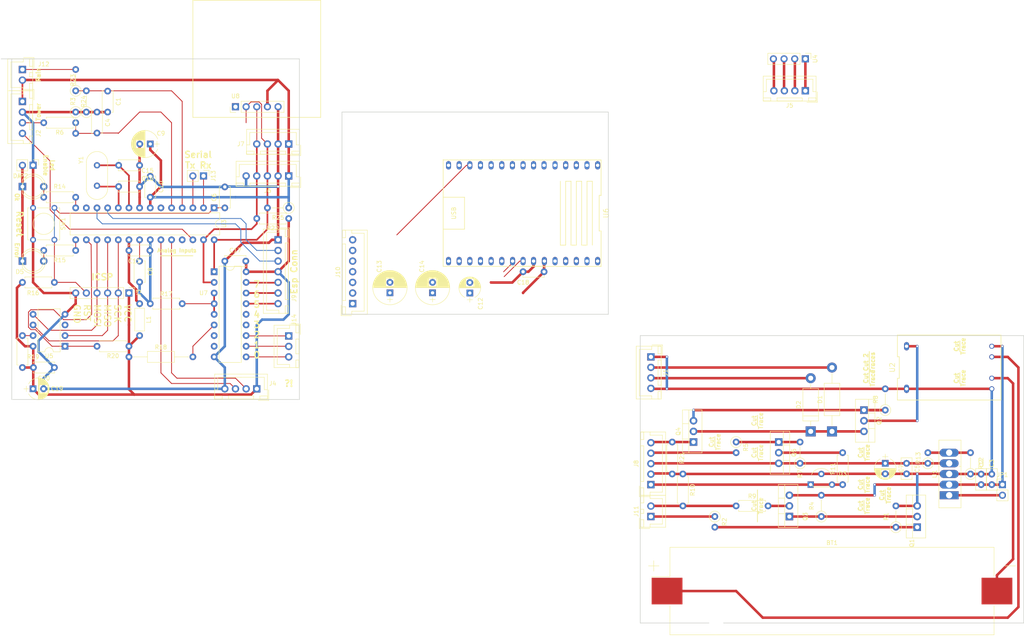
<source format=kicad_pcb>
(kicad_pcb (version 4) (host pcbnew 4.0.7)
  (title_block (title "Weather Station") (rev 0.1))
  (layers (0 F.Cu signal) (31 B.Cu signal) (34 B.Paste user hide) (35 F.Paste user hide) (36 B.SilkS user hide) (37 F.SilkS user) (38 B.Mask user hide) (39 F.Mask user hide) (44 Edge.Cuts user))
  (net 0 "")
  (net 1 Anemometer)
  (net 2 DivBatV)
  (net 3 VCC)
  (net 4 RefV)
  (net 5 "Net-(D1-Pad1)")
  (net 6 "Net-(D1-Pad2)")
  (net 7 "Net-(D2-Pad2)")
  (net 8 "Net-(D4-Pad2)")
  (net 9 "Net-(D5-Pad2)")
  (net 10 WindVane)
  (net 11 "Net-(J5-Pad3)")
  (net 12 "Net-(J5-Pad4)")
  (net 13 "Net-(Q1-Pad1)")
  (net 14 "Net-(Q1-Pad2)")
  (net 15 "Net-(Q2-Pad1)")
  (net 16 "Net-(Q2-Pad2)")
  (net 17 "Net-(Q3-Pad2)")
  (net 18 PanelDisable)
  (net 19 "Net-(Q5-Pad1)")
  (net 20 "Net-(Q5-Pad2)")
  (net 21 BatDivEnable)
  (net 22 RefVEnable)
  (net 23 "Net-(R12-Pad2)")
  (net 24 "Net-(R17-Pad2)")
  (net 25 "Net-(R18-Pad2)")
  (net 26 "Net-(R19-Pad1)")
  (net 27 EspReset)
  (net 28 EspTX)
  (net 29 EspRX)
  (net 30 "Net-(U5-Pad3)")
  (net 31 "Net-(U6-Pad30)")
  (net 32 "Net-(U6-Pad1)")
  (net 33 EspSuccess)
  (net 34 "Net-(U6-Pad2)")
  (net 35 EspResult)
  (net 36 "Net-(U6-Pad3)")
  (net 37 "Net-(U6-Pad27)")
  (net 38 "Net-(U6-Pad4)")
  (net 39 "Net-(U6-Pad26)")
  (net 40 "Net-(U6-Pad5)")
  (net 41 "Net-(U6-Pad6)")
  (net 42 "Net-(U6-Pad7)")
  (net 43 "Net-(U6-Pad8)")
  (net 44 "Net-(U6-Pad9)")
  (net 45 "Net-(U6-Pad21)")
  (net 46 "Net-(U6-Pad20)")
  (net 47 "Net-(U6-Pad19)")
  (net 48 "Net-(U6-Pad12)")
  (net 49 "Net-(U6-Pad18)")
  (net 50 "Net-(U6-Pad14)")
  (net 51 "Net-(U6-Pad15)")
  (net 52 "Net-(U7-Pad13)")
  (net 53 "Net-(U7-Pad14)")
  (net 54 "Net-(U7-Pad7)")
  (net 55 "Net-(U7-Pad8)")
  (net 56 "Net-(U8-Pad5)")
  (net 57 /Bat+)
  (net 58 /Bat-)
  (net 59 GND)
  (net 60 /BatV+)
  (net 61 "Net-(J2-Pad3)")
  (net 62 /SCL)
  (net 63 /SDA)
  (net 64 /Reset)
  (net 65 /SRAM_CS)
  (net 66 /SerialRX)
  (net 67 /SerialTX)
  (net 68 "Net-(JP1-Pad2)")
  (net 69 RainBucket)
  (net 70 "Net-(U3-Pad6)")
  (net 71 "Net-(U3-Pad13)")
  (net 72 /XTAL1)
  (net 73 /XTAL2)
  (net 74 /SCK)
  (net 75 /MISO)
  (net 76 /MOSI)
  (net 77 /OK_LED)
  (net 78 /ERROR_LED)
  (net 79 /AREF)
  (net 80 "Net-(U3-Pad25)")
  (net 81 /AVCC)
  (net 82 "Net-(J12-Pad1)")
  (net 83 /LED_GND)
  (module WeatherLibrary:ESP8266_NODEMCU (layer F.Cu) (at 139.7 68.58 180)
    (fp_text reference U6 (at -19.8 1.27 270) (layer F.SilkS) (effects (font (size 1.2 1.2))))
    (fp_text value "NodeMCU_1.0_(ESP-12E)")
    (fp_text user USB (at 16.51 1.27 270) (layer F.SilkS))
    (pad 30 thru_hole oval (at -17.78 -10.16 180) (size 1.2 2) (drill 0.8) (layers *.Cu *.Mask) (net 31 "Net-(U6-Pad30)"))
    (pad 1 thru_hole oval (at -17.78 12.7 180) (size 1.2 2) (drill 0.8) (layers *.Cu *.Mask) (net 32 "Net-(U6-Pad1)"))
    (pad 29 thru_hole oval (at -15.24 -10.16 180) (size 1.2 2) (drill 0.8) (layers *.Cu *.Mask) (net 33 EspSuccess))
    (pad 2 thru_hole oval (at -15.24 12.7 180) (size 1.2 2) (drill 0.8) (layers *.Cu *.Mask) (net 34 "Net-(U6-Pad2)"))
    (pad 28 thru_hole oval (at -12.7 -10.16 180) (size 1.2 2) (drill 0.8) (layers *.Cu *.Mask) (net 35 EspResult))
    (pad 3 thru_hole oval (at -12.7 12.7 180) (size 1.2 2) (drill 0.8) (layers *.Cu *.Mask) (net 36 "Net-(U6-Pad3)"))
    (pad 27 thru_hole oval (at -10.16 -10.16 180) (size 1.2 2) (drill 0.8) (layers *.Cu *.Mask) (net 37 "Net-(U6-Pad27)"))
    (pad 4 thru_hole oval (at -10.16 12.7 180) (size 1.2 2) (drill 0.8) (layers *.Cu *.Mask) (net 38 "Net-(U6-Pad4)"))
    (pad 26 thru_hole oval (at -7.62 -10.16 180) (size 1.2 2) (drill 0.8) (layers *.Cu *.Mask) (net 39 "Net-(U6-Pad26)"))
    (pad 5 thru_hole oval (at -7.62 12.7 180) (size 1.2 2) (drill 0.8) (layers *.Cu *.Mask) (net 40 "Net-(U6-Pad5)"))
    (pad 25 thru_hole oval (at -5.08 -10.16 180) (size 1.2 2) (drill 0.8) (layers *.Cu *.Mask) (net 3 VCC))
    (pad 6 thru_hole oval (at -5 12.7 180) (size 1.2 2) (drill 0.8) (layers *.Cu *.Mask) (net 41 "Net-(U6-Pad6)"))
    (pad 24 thru_hole oval (at -2.5 -10.16 180) (size 1.2 2) (drill 0.8) (layers *.Cu *.Mask) (net 59 GND))
    (pad 7 thru_hole oval (at -2.5 12.7 180) (size 1.2 2) (drill 0.8) (layers *.Cu *.Mask) (net 42 "Net-(U6-Pad7)"))
    (pad 23 thru_hole oval (at 0 -10.16 180) (size 1.2 2) (drill 0.8) (layers *.Cu *.Mask) (net 28 EspTX))
    (pad 8 thru_hole oval (at 0 12.7 180) (size 1.2 2) (drill 0.8) (layers *.Cu *.Mask) (net 43 "Net-(U6-Pad8)"))
    (pad 22 thru_hole oval (at 2.5 -10.16 180) (size 1.2 2) (drill 0.8) (layers *.Cu *.Mask) (net 29 EspRX))
    (pad 9 thru_hole oval (at 2.54 12.7 180) (size 1.2 2) (drill 0.8) (layers *.Cu *.Mask) (net 44 "Net-(U6-Pad9)"))
    (pad 21 thru_hole oval (at 5.08 -10.16 180) (size 1.2 2) (drill 0.8) (layers *.Cu *.Mask) (net 45 "Net-(U6-Pad21)"))
    (pad 10 thru_hole oval (at 5.08 12.7 180) (size 1.2 2) (drill 0.8) (layers *.Cu *.Mask) (net 59 GND))
    (pad 20 thru_hole oval (at 7.62 -10.16 180) (size 1.2 2) (drill 0.8) (layers *.Cu *.Mask) (net 46 "Net-(U6-Pad20)"))
    (pad 11 thru_hole oval (at 7.62 12.7 180) (size 1.2 2) (drill 0.8) (layers *.Cu *.Mask) (net 3 VCC))
    (pad 19 thru_hole oval (at 10.16 -10.16 180) (size 1.2 2) (drill 0.8) (layers *.Cu *.Mask) (net 47 "Net-(U6-Pad19)"))
    (pad 12 thru_hole oval (at 10.16 12.7 180) (size 1.2 2) (drill 0.8) (layers *.Cu *.Mask) (net 48 "Net-(U6-Pad12)"))
    (pad 18 thru_hole oval (at 12.7 -10.16 180) (size 1.2 2) (drill 0.8) (layers *.Cu *.Mask) (net 49 "Net-(U6-Pad18)"))
    (pad 13 thru_hole oval (at 12.7 12.7 180) (size 1.2 2) (drill 0.8) (layers *.Cu *.Mask) (net 27 EspReset))
    (pad 17 thru_hole oval (at 15.24 -10.16 180) (size 1.2 2) (drill 0.8) (layers *.Cu *.Mask) (net 59 GND))
    (pad 14 thru_hole oval (at 15.24 12.7 180) (size 1.2 2) (drill 0.8) (layers *.Cu *.Mask) (net 50 "Net-(U6-Pad14)"))
    (pad 16 thru_hole oval (at 17.78 -10.16 180) (size 1.2 2) (drill 0.8) (layers *.Cu *.Mask) (net 3 VCC))
    (pad 15 thru_hole oval (at 17.78 12.7 180) (size 1.2 2) (drill 0.8) (layers *.Cu *.Mask) (net 51 "Net-(U6-Pad15)"))
  )
  (module WeatherLibrary:JST_XH_B07B-XH-A_07x2.54mm_Straight (layer F.Cu) (at 99.06 88.9 90)
    (fp_text reference J10 (at 7.5 -3.5 90) (layer F.SilkS))
    (fp_text value "ESP Connector")
    (pad 1 thru_hole rect (at 0 0 90) (size 1.75 1.75) (drill 1) (layers *.Cu *.Mask) (net 27 EspReset))
    (pad 2 thru_hole circle (at 2.54 0 90) (size 1.75 1.75) (drill 1) (layers *.Cu *.Mask) (net 35 EspResult))
    (pad 3 thru_hole circle (at 5.08 0 90) (size 1.75 1.75) (drill 1) (layers *.Cu *.Mask) (net 33 EspSuccess))
    (pad 4 thru_hole circle (at 7.62 0 90) (size 1.75 1.75) (drill 1) (layers *.Cu *.Mask) (net 3 VCC))
    (pad 5 thru_hole circle (at 10.16 0 90) (size 1.75 1.75) (drill 1) (layers *.Cu *.Mask) (net 29 EspRX))
    (pad 6 thru_hole circle (at 12.7 0 90) (size 1.75 1.75) (drill 1) (layers *.Cu *.Mask) (net 28 EspTX))
    (pad 7 thru_hole circle (at 15.24 0 90) (size 1.75 1.75) (drill 1) (layers *.Cu *.Mask) (net 59 GND))
  )
  (module Housings_DIP:DIP-8_W7.62mm (layer F.Cu) (at 30.48 99.06 180)
    (fp_text reference U5 (at 3.81 -2.33 180) (layer F.SilkS))
    (fp_text value 23LC1024)
    (pad 1 thru_hole rect (at 0 0 180) (size 1.6 1.6) (drill 0.8) (layers *.Cu *.Mask) (net 65 /SRAM_CS))
    (pad 5 thru_hole oval (at 7.62 7.62 180) (size 1.6 1.6) (drill 0.8) (layers *.Cu *.Mask) (net 76 /MOSI))
    (pad 2 thru_hole oval (at 0 2.54 180) (size 1.6 1.6) (drill 0.8) (layers *.Cu *.Mask) (net 75 /MISO))
    (pad 6 thru_hole oval (at 7.62 5.08 180) (size 1.6 1.6) (drill 0.8) (layers *.Cu *.Mask) (net 74 /SCK))
    (pad 3 thru_hole oval (at 0 5.08 180) (size 1.6 1.6) (drill 0.8) (layers *.Cu *.Mask) (net 30 "Net-(U5-Pad3)"))
    (pad 7 thru_hole oval (at 7.62 2.54 180) (size 1.6 1.6) (drill 0.8) (layers *.Cu *.Mask) (net 26 "Net-(R19-Pad1)"))
    (pad 4 thru_hole oval (at 0 7.62 180) (size 1.6 1.6) (drill 0.8) (layers *.Cu *.Mask) (net 59 GND))
    (pad 8 thru_hole oval (at 7.62 0 180) (size 1.6 1.6) (drill 0.8) (layers *.Cu *.Mask) (net 3 VCC))
  )
  (module Capacitors_THT:C_Disc_D5.0mm_W2.5mm_P5.00mm (layer F.Cu) (at 48.26 78.74 270)
    (fp_text reference C8 (at 2.5 -2.56 270) (layer F.SilkS))
    (fp_text value 100nF)
    (pad 1 thru_hole circle (at 0 0 270) (size 1.6 1.6) (drill 0.8) (layers *.Cu *.Mask) (net 79 /AREF))
    (pad 2 thru_hole circle (at 5 0 270) (size 1.6 1.6) (drill 0.8) (layers *.Cu *.Mask) (net 59 GND))
  )
  (module Housings_DIP:DIP-18_W7.62mm (layer F.Cu) (at 66.04 81.28)
    (fp_text reference U7 (at -2.54 5.08) (layer F.SilkS))
    (fp_text value MCP23008)
    (pad 1 thru_hole rect (at 0 0) (size 1.6 1.6) (drill 0.8) (layers *.Cu *.Mask) (net 62 /SCL))
    (pad 10 thru_hole oval (at 7.62 20.32) (size 1.6 1.6) (drill 0.8) (layers *.Cu *.Mask) (net 21 BatDivEnable))
    (pad 2 thru_hole oval (at 0 2.54) (size 1.6 1.6) (drill 0.8) (layers *.Cu *.Mask) (net 63 /SDA))
    (pad 11 thru_hole oval (at 7.62 17.78) (size 1.6 1.6) (drill 0.8) (layers *.Cu *.Mask) (net 22 RefVEnable))
    (pad 3 thru_hole oval (at 0 5.08) (size 1.6 1.6) (drill 0.8) (layers *.Cu *.Mask) (net 24 "Net-(R17-Pad2)"))
    (pad 12 thru_hole oval (at 7.62 15.24) (size 1.6 1.6) (drill 0.8) (layers *.Cu *.Mask) (net 18 PanelDisable))
    (pad 4 thru_hole oval (at 0 7.62) (size 1.6 1.6) (drill 0.8) (layers *.Cu *.Mask) (net 24 "Net-(R17-Pad2)"))
    (pad 13 thru_hole oval (at 7.62 12.7) (size 1.6 1.6) (drill 0.8) (layers *.Cu *.Mask) (net 52 "Net-(U7-Pad13)"))
    (pad 5 thru_hole oval (at 0 10.16) (size 1.6 1.6) (drill 0.8) (layers *.Cu *.Mask) (net 24 "Net-(R17-Pad2)"))
    (pad 14 thru_hole oval (at 7.62 10.16) (size 1.6 1.6) (drill 0.8) (layers *.Cu *.Mask) (net 53 "Net-(U7-Pad14)"))
    (pad 6 thru_hole oval (at 0 12.7) (size 1.6 1.6) (drill 0.8) (layers *.Cu *.Mask) (net 25 "Net-(R18-Pad2)"))
    (pad 15 thru_hole oval (at 7.62 7.62) (size 1.6 1.6) (drill 0.8) (layers *.Cu *.Mask) (net 27 EspReset))
    (pad 7 thru_hole oval (at 0 15.24) (size 1.6 1.6) (drill 0.8) (layers *.Cu *.Mask) (net 54 "Net-(U7-Pad7)"))
    (pad 16 thru_hole oval (at 7.62 5.08) (size 1.6 1.6) (drill 0.8) (layers *.Cu *.Mask) (net 35 EspResult))
    (pad 8 thru_hole oval (at 0 17.78) (size 1.6 1.6) (drill 0.8) (layers *.Cu *.Mask) (net 55 "Net-(U7-Pad8)"))
    (pad 17 thru_hole oval (at 7.62 2.54) (size 1.6 1.6) (drill 0.8) (layers *.Cu *.Mask) (net 33 EspSuccess))
    (pad 9 thru_hole oval (at 0 20.32) (size 1.6 1.6) (drill 0.8) (layers *.Cu *.Mask) (net 59 GND))
    (pad 18 thru_hole oval (at 7.62 0) (size 1.6 1.6) (drill 0.8) (layers *.Cu *.Mask) (net 3 VCC))
  )
  (module WeatherLibrary:JST_XH_B04B-XH-A_04x2.54mm_Straight (layer F.Cu) (at 76.2 109.22 180)
    (fp_text reference J4 (at -3.81 1.27 180) (layer F.SilkS))
    (fp_text value Board_Power_A)
    (pad 1 thru_hole rect (at 0 0 180) (size 1.75 1.75) (drill 1) (layers *.Cu *.Mask) (net 3 VCC))
    (pad 2 thru_hole circle (at 2.54 0 180) (size 1.75 1.75) (drill 1) (layers *.Cu *.Mask) (net 4 RefV))
    (pad 3 thru_hole circle (at 5.08 0 180) (size 1.75 1.75) (drill 1) (layers *.Cu *.Mask) (net 2 DivBatV))
    (pad 4 thru_hole circle (at 7.62 0 180) (size 1.75 1.75) (drill 1) (layers *.Cu *.Mask) (net 59 GND))
  )
  (module WeatherLibrary:JST_XH_B04B-XH-A_04x2.54mm_Straight (layer F.Cu) (at 20.32 40.64 270)
    (fp_text reference J2 (at 7.62 -3.81 270) (layer F.SilkS))
    (fp_text value TowerPlug)
    (pad 1 thru_hole rect (at 0 0 270) (size 1.75 1.75) (drill 1) (layers *.Cu *.Mask) (net 3 VCC))
    (pad 2 thru_hole circle (at 2.54 0 270) (size 1.75 1.75) (drill 1) (layers *.Cu *.Mask) (net 59 GND))
    (pad 3 thru_hole circle (at 5.08 0 270) (size 1.75 1.75) (drill 1) (layers *.Cu *.Mask) (net 61 "Net-(J2-Pad3)"))
    (pad 4 thru_hole circle (at 7.62 0 270) (size 1.75 1.75) (drill 1) (layers *.Cu *.Mask) (net 10 WindVane))
  )
  (module WeatherLibrary:DS1307_BASED_RTC (layer F.Cu) (at 71.12 41.91 90)
    (fp_text reference U8 (at 2.54 0 180) (layer F.SilkS))
    (fp_text value RTCModule)
    (pad 5 thru_hole rect (at 0 0 90) (size 1.7 1.7) (drill 1) (layers *.Cu *.Mask) (net 56 "Net-(U8-Pad5)"))
    (pad 4 thru_hole oval (at 0 2.54 90) (size 1.7 1.7) (drill 1) (layers *.Cu *.Mask) (net 62 /SCL))
    (pad 3 thru_hole oval (at 0 5.08 90) (size 1.7 1.7) (drill 1) (layers *.Cu *.Mask) (net 63 /SDA))
    (pad 2 thru_hole oval (at 0 7.62 90) (size 1.7 1.7) (drill 1) (layers *.Cu *.Mask) (net 3 VCC))
    (pad 1 thru_hole oval (at 0 10.16 90) (size 1.7 1.7) (drill 1) (layers *.Cu *.Mask) (net 59 GND))
  )
  (module Capacitors_THT:CP_Radial_D8.0mm_P2.50mm (layer F.Cu) (at 118.11 86.32 90)
    (fp_text reference C14 (at 6.31 -2.54 90) (layer F.SilkS))
    (fp_text value 470uF)
    (pad 1 thru_hole rect (at 0 0 90) (size 1.6 1.6) (drill 0.8) (layers *.Cu *.Mask) (net 3 VCC))
    (pad 2 thru_hole circle (at 2.5 0 90) (size 1.6 1.6) (drill 0.8) (layers *.Cu *.Mask) (net 59 GND))
  )
  (module Capacitors_THT:CP_Radial_D8.0mm_P2.50mm (layer F.Cu) (at 107.95 86.32 90)
    (fp_text reference C13 (at 6.31 -2.54 90) (layer F.SilkS))
    (fp_text value 470uF)
    (pad 1 thru_hole rect (at 0 0 90) (size 1.6 1.6) (drill 0.8) (layers *.Cu *.Mask) (net 3 VCC))
    (pad 2 thru_hole circle (at 2.5 0 90) (size 1.6 1.6) (drill 0.8) (layers *.Cu *.Mask) (net 59 GND))
  )
  (module Resistors_THT:R_Axial_DIN0207_L6.3mm_D2.5mm_P5.08mm_Vertical (layer F.Cu) (at 33.02 43.18 270)
    (fp_text reference R3 (at -2.54 0.635 270) (layer F.SilkS))
    (fp_text value 10k)
    (pad 1 thru_hole circle (at 0 0 270) (size 1.6 1.6) (drill 0.8) (layers *.Cu *.Mask) (net 59 GND))
    (pad 2 thru_hole oval (at 5.08 0 270) (size 1.6 1.6) (drill 0.8) (layers *.Cu *.Mask) (net 1 Anemometer))
  )
  (module Capacitors_THT:C_Disc_D5.0mm_W2.5mm_P5.00mm (layer F.Cu) (at 38.1 43.18 270)
    (fp_text reference C4 (at 2.5 -2.56 270) (layer F.SilkS))
    (fp_text value 330nF)
    (pad 1 thru_hole circle (at 0 0 270) (size 1.6 1.6) (drill 0.8) (layers *.Cu *.Mask) (net 59 GND))
    (pad 2 thru_hole circle (at 5 0 270) (size 1.6 1.6) (drill 0.8) (layers *.Cu *.Mask) (net 1 Anemometer))
  )
  (module Battery_Holders:Keystone_1042_1x18650 (layer F.Cu) (at 213.36 157.48)
    (fp_text reference BT1 (at 0 -11.5) (layer F.SilkS))
    (fp_text value 3.6v)
    (pad 1 smd rect (at -39.33 0) (size 7.34 6.35) (layers F.Cu F.Paste F.Mask) (net 57 /Bat+))
    (pad 2 smd rect (at 39.33 0) (size 7.34 6.35) (layers F.Cu F.Paste F.Mask) (net 58 /Bat-))
    (pad "" np_thru_hole circle (at 27.6 -8) (size 3.45 3.45) (drill 3.45) (layers *.Cu *.Mask))
    (pad "" np_thru_hole circle (at -27.6 8) (size 3.45 3.45) (drill 3.45) (layers *.Cu *.Mask))
    (pad "" np_thru_hole circle (at -35.93 -8) (size 2.39 2.39) (drill 2.39) (layers *.Cu *.Mask))
  )
  (module Housings_DIP:DIP-28_W7.62mm (layer F.Cu) (at 66.04 66.04 270)
    (fp_text reference U3 (at 3.81 -2.33 270) (layer F.SilkS))
    (fp_text value ATmega328P-PU)
    (pad 1 thru_hole rect (at 0 0 270) (size 1.6 1.6) (drill 0.8) (layers *.Cu *.Mask) (net 64 /Reset))
    (pad 15 thru_hole oval (at 7.62 33.02 270) (size 1.6 1.6) (drill 0.8) (layers *.Cu *.Mask) (net 78 /ERROR_LED))
    (pad 2 thru_hole oval (at 0 2.54 270) (size 1.6 1.6) (drill 0.8) (layers *.Cu *.Mask) (net 66 /SerialRX))
    (pad 16 thru_hole oval (at 7.62 30.48 270) (size 1.6 1.6) (drill 0.8) (layers *.Cu *.Mask) (net 65 /SRAM_CS))
    (pad 3 thru_hole oval (at 0 5.08 270) (size 1.6 1.6) (drill 0.8) (layers *.Cu *.Mask) (net 67 /SerialTX))
    (pad 17 thru_hole oval (at 7.62 27.94 270) (size 1.6 1.6) (drill 0.8) (layers *.Cu *.Mask) (net 76 /MOSI))
    (pad 4 thru_hole oval (at 0 7.62 270) (size 1.6 1.6) (drill 0.8) (layers *.Cu *.Mask) (net 69 RainBucket))
    (pad 18 thru_hole oval (at 7.62 25.4 270) (size 1.6 1.6) (drill 0.8) (layers *.Cu *.Mask) (net 75 /MISO))
    (pad 5 thru_hole oval (at 0 10.16 270) (size 1.6 1.6) (drill 0.8) (layers *.Cu *.Mask) (net 1 Anemometer))
    (pad 19 thru_hole oval (at 7.62 22.86 270) (size 1.6 1.6) (drill 0.8) (layers *.Cu *.Mask) (net 74 /SCK))
    (pad 6 thru_hole oval (at 0 12.7 270) (size 1.6 1.6) (drill 0.8) (layers *.Cu *.Mask) (net 70 "Net-(U3-Pad6)"))
    (pad 20 thru_hole oval (at 7.62 20.32 270) (size 1.6 1.6) (drill 0.8) (layers *.Cu *.Mask) (net 81 /AVCC))
    (pad 7 thru_hole oval (at 0 15.24 270) (size 1.6 1.6) (drill 0.8) (layers *.Cu *.Mask) (net 3 VCC))
    (pad 21 thru_hole oval (at 7.62 17.78 270) (size 1.6 1.6) (drill 0.8) (layers *.Cu *.Mask) (net 79 /AREF))
    (pad 8 thru_hole oval (at 0 17.78 270) (size 1.6 1.6) (drill 0.8) (layers *.Cu *.Mask) (net 59 GND))
    (pad 22 thru_hole oval (at 7.62 15.24 270) (size 1.6 1.6) (drill 0.8) (layers *.Cu *.Mask) (net 59 GND))
    (pad 9 thru_hole oval (at 0 20.32 270) (size 1.6 1.6) (drill 0.8) (layers *.Cu *.Mask) (net 72 /XTAL1))
    (pad 23 thru_hole oval (at 7.62 12.7 270) (size 1.6 1.6) (drill 0.8) (layers *.Cu *.Mask) (net 2 DivBatV))
    (pad 10 thru_hole oval (at 0 22.86 270) (size 1.6 1.6) (drill 0.8) (layers *.Cu *.Mask) (net 73 /XTAL2))
    (pad 24 thru_hole oval (at 7.62 10.16 270) (size 1.6 1.6) (drill 0.8) (layers *.Cu *.Mask) (net 4 RefV))
    (pad 11 thru_hole oval (at 0 25.4 270) (size 1.6 1.6) (drill 0.8) (layers *.Cu *.Mask) (net 28 EspTX))
    (pad 25 thru_hole oval (at 7.62 7.62 270) (size 1.6 1.6) (drill 0.8) (layers *.Cu *.Mask) (net 80 "Net-(U3-Pad25)"))
    (pad 12 thru_hole oval (at 0 27.94 270) (size 1.6 1.6) (drill 0.8) (layers *.Cu *.Mask) (net 29 EspRX))
    (pad 26 thru_hole oval (at 7.62 5.08 270) (size 1.6 1.6) (drill 0.8) (layers *.Cu *.Mask) (net 10 WindVane))
    (pad 13 thru_hole oval (at 0 30.48 270) (size 1.6 1.6) (drill 0.8) (layers *.Cu *.Mask) (net 71 "Net-(U3-Pad13)"))
    (pad 27 thru_hole oval (at 7.62 2.54 270) (size 1.6 1.6) (drill 0.8) (layers *.Cu *.Mask) (net 63 /SDA))
    (pad 14 thru_hole oval (at 0 33.02 270) (size 1.6 1.6) (drill 0.8) (layers *.Cu *.Mask) (net 77 /OK_LED))
    (pad 28 thru_hole oval (at 7.62 0 270) (size 1.6 1.6) (drill 0.8) (layers *.Cu *.Mask) (net 62 /SCL))
  )
  (module Capacitors_THT:CP_Radial_D6.3mm_P2.50mm (layer F.Cu) (at 50.8 50.8 180)
    (fp_text reference C9 (at -2.54 2.54 180) (layer F.SilkS))
    (fp_text value 220uF)
    (pad 1 thru_hole rect (at 0 0 180) (size 1.6 1.6) (drill 0.8) (layers *.Cu *.Mask) (net 3 VCC))
    (pad 2 thru_hole circle (at 2.5 0 180) (size 1.6 1.6) (drill 0.8) (layers *.Cu *.Mask) (net 59 GND))
  )
  (module WeatherLibrary:LED_D5.0mm_7.62mm (layer F.Cu) (at 20.32 78.74)
    (fp_text reference D5 (at -0.635 2.54) (layer F.SilkS))
    (fp_text value "ERROR LED")
    (pad 1 thru_hole rect (at 0 0) (size 1.8 1.8) (drill 0.9) (layers *.Cu *.Mask) (net 83 /LED_GND))
    (pad 2 thru_hole circle (at 5.08 0) (size 1.8 1.8) (drill 0.9) (layers *.Cu *.Mask) (net 9 "Net-(D5-Pad2)"))
  )
  (module Capacitors_THT:CP_Radial_D5.0mm_P2.50mm (layer F.Cu) (at 226.06 127 270)
    (fp_text reference C7 (at 1.25 -3.81 270) (layer F.SilkS))
    (fp_text value 100uF)
    (pad 1 thru_hole rect (at 0 0 270) (size 1.6 1.6) (drill 0.8) (layers *.Cu *.Mask) (net 3 VCC))
    (pad 2 thru_hole circle (at 2.5 0 270) (size 1.6 1.6) (drill 0.8) (layers *.Cu *.Mask) (net 59 GND))
  )
  (module Capacitors_THT:C_Disc_D5.0mm_W2.5mm_P5.00mm (layer F.Cu) (at 45.72 76.2)
    (fp_text reference C11 (at 1.27 2.54) (layer F.SilkS))
    (fp_text value 100nF)
    (pad 1 thru_hole circle (at 0 0) (size 1.6 1.6) (drill 0.8) (layers *.Cu *.Mask) (net 81 /AVCC))
    (pad 2 thru_hole circle (at 5 0) (size 1.6 1.6) (drill 0.8) (layers *.Cu *.Mask) (net 59 GND))
  )
  (module Capacitors_THT:CP_Radial_D5.0mm_P2.50mm (layer F.Cu) (at 127 86.36 90)
    (fp_text reference C12 (at -2.54 2.54 90) (layer F.SilkS))
    (fp_text value 47uF)
    (pad 1 thru_hole rect (at 0 0 90) (size 1.6 1.6) (drill 0.8) (layers *.Cu *.Mask) (net 3 VCC))
    (pad 2 thru_hole circle (at 2.5 0 90) (size 1.6 1.6) (drill 0.8) (layers *.Cu *.Mask) (net 59 GND))
  )
  (module Capacitors_THT:C_Disc_D5.0mm_W2.5mm_P5.00mm (layer F.Cu) (at 48.26 60.96 180)
    (fp_text reference C16 (at -1.905 1.905 180) (layer F.SilkS))
    (fp_text value 20pF)
    (pad 1 thru_hole circle (at 0 0 180) (size 1.6 1.6) (drill 0.8) (layers *.Cu *.Mask) (net 59 GND))
    (pad 2 thru_hole circle (at 5 0 180) (size 1.6 1.6) (drill 0.8) (layers *.Cu *.Mask) (net 73 /XTAL2))
  )
  (module Capacitors_THT:C_Disc_D5.0mm_W2.5mm_P5.00mm (layer F.Cu) (at 68.58 78.74)
    (fp_text reference C17 (at 2.5 -2.56) (layer F.SilkS))
    (fp_text value 100nF)
    (pad 1 thru_hole circle (at 0 0) (size 1.6 1.6) (drill 0.8) (layers *.Cu *.Mask) (net 59 GND))
    (pad 2 thru_hole circle (at 5 0) (size 1.6 1.6) (drill 0.8) (layers *.Cu *.Mask) (net 3 VCC))
  )
  (module Capacitors_THT:C_Disc_D5.0mm_W2.5mm_P5.00mm (layer F.Cu) (at 139.7 81.28)
    (fp_text reference C18 (at 0 2.54) (layer F.SilkS))
    (fp_text value 100nF)
    (pad 1 thru_hole circle (at 0 0) (size 1.6 1.6) (drill 0.8) (layers *.Cu *.Mask) (net 59 GND))
    (pad 2 thru_hole circle (at 5 0) (size 1.6 1.6) (drill 0.8) (layers *.Cu *.Mask) (net 3 VCC))
  )
  (module Connectors_JST:JST_XH_B04B-XH-A_04x2.50mm_Straight (layer F.Cu) (at 170.18 101.6 270)
    (fp_text reference J1 (at 3.75 -3.5 270) (layer F.SilkS))
    (fp_text value SolarPanels)
    (pad 1 thru_hole rect (at 0 0 270) (size 1.75 1.75) (drill 1) (layers *.Cu *.Mask) (net 59 GND))
    (pad 2 thru_hole circle (at 2.5 0 270) (size 1.75 1.75) (drill 1) (layers *.Cu *.Mask) (net 6 "Net-(D1-Pad2)"))
    (pad 3 thru_hole circle (at 5 0 270) (size 1.75 1.75) (drill 1) (layers *.Cu *.Mask) (net 7 "Net-(D2-Pad2)"))
    (pad 4 thru_hole circle (at 7.5 0 270) (size 1.75 1.75) (drill 1) (layers *.Cu *.Mask) (net 59 GND))
  )
  (module Connectors_JST:JST_XH_B04B-XH-A_04x2.50mm_Straight (layer F.Cu) (at 207.01 38.1 180)
    (fp_text reference J5 (at 3.75 -3.5 180) (layer F.SilkS))
    (fp_text value "BME Connector")
    (pad 1 thru_hole rect (at 0 0 180) (size 1.75 1.75) (drill 1) (layers *.Cu *.Mask) (net 3 VCC))
    (pad 2 thru_hole circle (at 2.5 0 180) (size 1.75 1.75) (drill 1) (layers *.Cu *.Mask) (net 59 GND))
    (pad 3 thru_hole circle (at 5 0 180) (size 1.75 1.75) (drill 1) (layers *.Cu *.Mask) (net 11 "Net-(J5-Pad3)"))
    (pad 4 thru_hole circle (at 7.5 0 180) (size 1.75 1.75) (drill 1) (layers *.Cu *.Mask) (net 12 "Net-(J5-Pad4)"))
  )
  (module TO_SOT_Packages_THT:TO-220-3_Vertical (layer F.Cu) (at 233.68 142.24 90)
    (fp_text reference Q1 (at -3.81 -1.27 90) (layer F.SilkS))
    (fp_text value FQP30N06L)
    (pad 1 thru_hole rect (at 0 0 90) (size 1.8 1.8) (drill 1) (layers *.Cu *.Mask) (net 13 "Net-(Q1-Pad1)"))
    (pad 2 thru_hole oval (at 2.54 0 90) (size 1.8 1.8) (drill 1) (layers *.Cu *.Mask) (net 14 "Net-(Q1-Pad2)"))
    (pad 3 thru_hole oval (at 5.08 0 90) (size 1.8 1.8) (drill 1) (layers *.Cu *.Mask) (net 59 GND))
  )
  (module TO_SOT_Packages_THT:TO-220-3_Vertical (layer F.Cu) (at 220.98 114.3 270)
    (fp_text reference Q2 (at 2.54 -3.62 270) (layer F.SilkS))
    (fp_text value FQP27P06)
    (pad 1 thru_hole rect (at 0 0 270) (size 1.8 1.8) (drill 1) (layers *.Cu *.Mask) (net 15 "Net-(Q2-Pad1)"))
    (pad 2 thru_hole oval (at 2.54 0 270) (size 1.8 1.8) (drill 1) (layers *.Cu *.Mask) (net 16 "Net-(Q2-Pad2)"))
    (pad 3 thru_hole oval (at 5.08 0 270) (size 1.8 1.8) (drill 1) (layers *.Cu *.Mask) (net 5 "Net-(D1-Pad1)"))
  )
  (module TO_SOT_Packages_THT:TO-220-3_Vertical (layer F.Cu) (at 203.2 139.7 90)
    (fp_text reference Q3 (at 0 3.81 90) (layer F.SilkS))
    (fp_text value FQP27P06)
    (pad 1 thru_hole rect (at 0 0 90) (size 1.8 1.8) (drill 1) (layers *.Cu *.Mask) (net 14 "Net-(Q1-Pad2)"))
    (pad 2 thru_hole oval (at 2.54 0 90) (size 1.8 1.8) (drill 1) (layers *.Cu *.Mask) (net 17 "Net-(Q3-Pad2)"))
    (pad 3 thru_hole oval (at 5.08 0 90) (size 1.8 1.8) (drill 1) (layers *.Cu *.Mask) (net 60 /BatV+))
  )
  (module TO_SOT_Packages_THT:TO-220-3_Vertical (layer F.Cu) (at 180.34 121.92 90)
    (fp_text reference Q4 (at 2.54 -3.62 90) (layer F.SilkS))
    (fp_text value FQP30N06L)
    (pad 1 thru_hole rect (at 0 0 90) (size 1.8 1.8) (drill 1) (layers *.Cu *.Mask) (net 18 PanelDisable))
    (pad 2 thru_hole oval (at 2.54 0 90) (size 1.8 1.8) (drill 1) (layers *.Cu *.Mask) (net 5 "Net-(D1-Pad1)"))
    (pad 3 thru_hole oval (at 5.08 0 90) (size 1.8 1.8) (drill 1) (layers *.Cu *.Mask) (net 15 "Net-(Q2-Pad1)"))
  )
  (module TO_SOT_Packages_THT:TO-220-3_Vertical (layer F.Cu) (at 200.66 121.92 270)
    (fp_text reference Q5 (at 2.54 -3.62 270) (layer F.SilkS))
    (fp_text value FQP27P06)
    (pad 1 thru_hole rect (at 0 0 270) (size 1.8 1.8) (drill 1) (layers *.Cu *.Mask) (net 19 "Net-(Q5-Pad1)"))
    (pad 2 thru_hole oval (at 2.54 0 270) (size 1.8 1.8) (drill 1) (layers *.Cu *.Mask) (net 20 "Net-(Q5-Pad2)"))
    (pad 3 thru_hole oval (at 5.08 0 270) (size 1.8 1.8) (drill 1) (layers *.Cu *.Mask) (net 3 VCC))
  )
  (module TO_SOT_Packages_THT:TO-247-5_Vertical (layer F.Cu) (at 241.3 134.62 90)
    (fp_text reference U1 (at 5.08 -3.45 90) (layer F.SilkS))
    (fp_text value MCP1826-ADJ)
    (pad 1 thru_hole rect (at 0 0 90) (size 1.905 4.5) (drill 1.5) (layers *.Cu *.Mask) (net 68 "Net-(JP1-Pad2)"))
    (pad 2 thru_hole oval (at 2.54 0 90) (size 1.905 4.5) (drill 1.5) (layers *.Cu *.Mask) (net 60 /BatV+))
    (pad 3 thru_hole oval (at 5.08 0 90) (size 1.905 4.5) (drill 1.5) (layers *.Cu *.Mask) (net 59 GND))
    (pad 4 thru_hole oval (at 7.62 0 90) (size 1.905 4.5) (drill 1.5) (layers *.Cu *.Mask) (net 3 VCC))
    (pad 5 thru_hole oval (at 10.16 0 90) (size 1.905 4.5) (drill 1.5) (layers *.Cu *.Mask) (net 23 "Net-(R12-Pad2)"))
  )
  (module Pin_Headers:Pin_Header_Straight_1x04_Pitch2.54mm (layer F.Cu) (at 207.01 30.48 270)
    (fp_text reference U4 (at 0 -2.33 270) (layer F.SilkS))
    (fp_text value BME280Breakout)
    (pad 1 thru_hole rect (at 0 0 270) (size 1.7 1.7) (drill 1) (layers *.Cu *.Mask) (net 3 VCC))
    (pad 2 thru_hole oval (at 0 2.54 270) (size 1.7 1.7) (drill 1) (layers *.Cu *.Mask) (net 59 GND))
    (pad 3 thru_hole oval (at 0 5.08 270) (size 1.7 1.7) (drill 1) (layers *.Cu *.Mask) (net 11 "Net-(J5-Pad3)"))
    (pad 4 thru_hole oval (at 0 7.62 270) (size 1.7 1.7) (drill 1) (layers *.Cu *.Mask) (net 12 "Net-(J5-Pad4)"))
  )
  (module Capacitors_THT:C_Disc_D5.0mm_W2.5mm_P2.50mm (layer F.Cu) (at 251.46 132.08 90)
    (fp_text reference C3 (at 5.08 0 90) (layer F.SilkS))
    (fp_text value 100nF)
    (pad 1 thru_hole circle (at 0 0 90) (size 1.6 1.6) (drill 0.8) (layers *.Cu *.Mask) (net 60 /BatV+))
    (pad 2 thru_hole circle (at 2.5 0 90) (size 1.6 1.6) (drill 0.8) (layers *.Cu *.Mask) (net 59 GND))
  )
  (module Capacitors_THT:C_Disc_D5.0mm_W2.5mm_P2.50mm (layer F.Cu) (at 248.92 132.08 90)
    (fp_text reference C2 (at 5.08 0 90) (layer F.SilkS))
    (fp_text value 10uF)
    (pad 1 thru_hole circle (at 0 0 90) (size 1.6 1.6) (drill 0.8) (layers *.Cu *.Mask) (net 60 /BatV+))
    (pad 2 thru_hole circle (at 2.5 0 90) (size 1.6 1.6) (drill 0.8) (layers *.Cu *.Mask) (net 59 GND))
  )
  (module Capacitors_THT:C_Disc_D5.0mm_W2.5mm_P2.50mm (layer F.Cu) (at 231.14 127 270)
    (fp_text reference C5 (at 1.25 -2.56 270) (layer F.SilkS))
    (fp_text value 100nF)
    (pad 1 thru_hole circle (at 0 0 270) (size 1.6 1.6) (drill 0.8) (layers *.Cu *.Mask) (net 3 VCC))
    (pad 2 thru_hole circle (at 2.5 0 270) (size 1.6 1.6) (drill 0.8) (layers *.Cu *.Mask) (net 59 GND))
  )
  (module Resistors_THT:R_Axial_DIN0207_L6.3mm_D2.5mm_P2.54mm_Vertical (layer F.Cu) (at 236.22 127 90)
    (fp_text reference R13 (at 1.27 -2.31 90) (layer F.SilkS))
    (fp_text value 39K)
    (pad 1 thru_hole circle (at 0 0 90) (size 1.6 1.6) (drill 0.8) (layers *.Cu *.Mask) (net 3 VCC))
    (pad 2 thru_hole oval (at 2.54 0 90) (size 1.6 1.6) (drill 0.8) (layers *.Cu *.Mask) (net 23 "Net-(R12-Pad2)"))
  )
  (module Resistors_THT:R_Axial_DIN0207_L6.3mm_D2.5mm_P5.08mm_Vertical (layer F.Cu) (at 246.38 129.54 90)
    (fp_text reference R12 (at 2.54 2.54 90) (layer F.SilkS))
    (fp_text value 5.6K)
    (pad 1 thru_hole circle (at 0 0 90) (size 1.6 1.6) (drill 0.8) (layers *.Cu *.Mask) (net 59 GND))
    (pad 2 thru_hole oval (at 5.08 0 90) (size 1.6 1.6) (drill 0.8) (layers *.Cu *.Mask) (net 23 "Net-(R12-Pad2)"))
  )
  (module Resistors_THT:R_Axial_DIN0207_L6.3mm_D2.5mm_P7.62mm_Horizontal (layer F.Cu) (at 190.5 137.16)
    (fp_text reference R9 (at 3.81 -2.31) (layer F.SilkS))
    (fp_text value 1.1K)
    (pad 1 thru_hole circle (at 0 0) (size 1.6 1.6) (drill 0.8) (layers *.Cu *.Mask) (net 2 DivBatV))
    (pad 2 thru_hole oval (at 7.62 0) (size 1.6 1.6) (drill 0.8) (layers *.Cu *.Mask) (net 17 "Net-(Q3-Pad2)"))
  )
  (module Resistors_THT:R_Axial_DIN0207_L6.3mm_D2.5mm_P5.08mm_Vertical (layer F.Cu) (at 205.74 127 90)
    (fp_text reference R7 (at -2.54 0 90) (layer F.SilkS))
    (fp_text value 100K)
    (pad 1 thru_hole circle (at 0 0 90) (size 1.6 1.6) (drill 0.8) (layers *.Cu *.Mask) (net 3 VCC))
    (pad 2 thru_hole oval (at 5.08 0 90) (size 1.6 1.6) (drill 0.8) (layers *.Cu *.Mask) (net 19 "Net-(Q5-Pad1)"))
  )
  (module Capacitors_THT:CP_Radial_D5.0mm_P2.50mm (layer F.Cu) (at 22.86 109.22)
    (fp_text reference C19 (at 5.715 0) (layer F.SilkS))
    (fp_text value 4.7uF)
    (pad 1 thru_hole rect (at 0 0) (size 1.6 1.6) (drill 0.8) (layers *.Cu *.Mask) (net 3 VCC))
    (pad 2 thru_hole circle (at 2.5 0) (size 1.6 1.6) (drill 0.8) (layers *.Cu *.Mask) (net 59 GND))
  )
  (module Resistors_THT:R_Axial_DIN0207_L6.3mm_D2.5mm_P7.62mm_Horizontal (layer F.Cu) (at 175.26 121.92 270)
    (fp_text reference R21 (at 3.81 -2.31 270) (layer F.SilkS))
    (fp_text value 100k)
    (pad 1 thru_hole circle (at 0 0 270) (size 1.6 1.6) (drill 0.8) (layers *.Cu *.Mask) (net 18 PanelDisable))
    (pad 2 thru_hole oval (at 7.62 0 270) (size 1.6 1.6) (drill 0.8) (layers *.Cu *.Mask) (net 59 GND))
  )
  (module Resistors_THT:R_Axial_DIN0207_L6.3mm_D2.5mm_P7.62mm_Horizontal (layer F.Cu) (at 215.9 132.08 90)
    (fp_text reference R11 (at 3.81 -2.31 90) (layer F.SilkS))
    (fp_text value 820)
    (pad 1 thru_hole circle (at 0 0 90) (size 1.6 1.6) (drill 0.8) (layers *.Cu *.Mask) (net 4 RefV))
    (pad 2 thru_hole oval (at 7.62 0 90) (size 1.6 1.6) (drill 0.8) (layers *.Cu *.Mask) (net 20 "Net-(Q5-Pad2)"))
  )
  (module Resistors_THT:R_Axial_DIN0207_L6.3mm_D2.5mm_P2.54mm_Vertical (layer F.Cu) (at 190.5 121.92 270)
    (fp_text reference R5 (at 1.27 -2.31 270) (layer F.SilkS))
    (fp_text value 120)
    (pad 1 thru_hole circle (at 0 0 270) (size 1.6 1.6) (drill 0.8) (layers *.Cu *.Mask) (net 19 "Net-(Q5-Pad1)"))
    (pad 2 thru_hole oval (at 2.54 0 270) (size 1.6 1.6) (drill 0.8) (layers *.Cu *.Mask) (net 22 RefVEnable))
  )
  (module Diodes_THT:D_DO-15_P15.24mm_Horizontal (layer F.Cu) (at 213.36 119.38 90)
    (fp_text reference D1 (at 7.62 -2.86 90) (layer F.SilkS))
    (fp_text value D_Schottky)
    (pad 1 thru_hole rect (at 0 0 90) (size 2.4 2.4) (drill 1.2) (layers *.Cu *.Mask) (net 5 "Net-(D1-Pad1)"))
    (pad 2 thru_hole oval (at 15.24 0 90) (size 2.4 2.4) (drill 1.2) (layers *.Cu *.Mask) (net 6 "Net-(D1-Pad2)"))
  )
  (module Diodes_THT:D_DO-15_P12.70mm_Horizontal (layer F.Cu) (at 208.28 119.38 90)
    (fp_text reference D2 (at 6.35 -2.86 90) (layer F.SilkS))
    (fp_text value D_Schottky)
    (pad 1 thru_hole rect (at 0 0 90) (size 2.4 2.4) (drill 1.2) (layers *.Cu *.Mask) (net 5 "Net-(D1-Pad1)"))
    (pad 2 thru_hole oval (at 12.7 0 90) (size 2.4 2.4) (drill 1.2) (layers *.Cu *.Mask) (net 7 "Net-(D2-Pad2)"))
  )
  (module Resistors_THT:R_Axial_DIN0207_L6.3mm_D2.5mm_P5.08mm_Vertical (layer F.Cu) (at 226.06 114.3 90)
    (fp_text reference R8 (at 2.54 -2.31 90) (layer F.SilkS))
    (fp_text value 100k)
    (pad 1 thru_hole circle (at 0 0 90) (size 1.6 1.6) (drill 0.8) (layers *.Cu *.Mask) (net 15 "Net-(Q2-Pad1)"))
    (pad 2 thru_hole oval (at 5.08 0 90) (size 1.6 1.6) (drill 0.8) (layers *.Cu *.Mask) (net 59 GND))
  )
  (module Buttons_Switches_THT:SW_Tactile_Straight_KSA0Axx1LFTR (layer F.Cu) (at 27.94 66.04 270)
    (fp_text reference SW1 (at 3.81 -2.08 270) (layer F.SilkS))
    (fp_text value SW_RESET)
    (pad 1 thru_hole circle (at 7.62 0 270) (size 1.397 1.397) (drill 0.8128) (layers *.Cu *.Mask) (net 64 /Reset))
    (pad 2 thru_hole circle (at 7.62 5.08 270) (size 1.397 1.397) (drill 0.8128) (layers *.Cu *.Mask) (net 59 GND))
    (pad 1 thru_hole circle (at 0 0 270) (size 1.397 1.397) (drill 0.8128) (layers *.Cu *.Mask) (net 64 /Reset))
    (pad 2 thru_hole circle (at 0 5.08 270) (size 1.397 1.397) (drill 0.8128) (layers *.Cu *.Mask) (net 59 GND))
  )
  (module WeatherLibrary:LED_D5.0mm_7.62mm (layer F.Cu) (at 20.32 60.96)
    (fp_text reference D4 (at -1.27 -2.54) (layer F.SilkS))
    (fp_text value "OK LED")
    (pad 1 thru_hole rect (at 0 0) (size 1.8 1.8) (drill 0.9) (layers *.Cu *.Mask) (net 83 /LED_GND))
    (pad 2 thru_hole circle (at 5.08 0) (size 1.8 1.8) (drill 0.9) (layers *.Cu *.Mask) (net 8 "Net-(D4-Pad2)"))
  )
  (module Resistors_THT:R_Axial_DIN0207_L6.3mm_D2.5mm_P5.08mm_Vertical (layer F.Cu) (at 210.82 139.7 90)
    (fp_text reference R4 (at 2.54 -2.31 90) (layer F.SilkS))
    (fp_text value 10K)
    (pad 1 thru_hole circle (at 0 0 90) (size 1.6 1.6) (drill 0.8) (layers *.Cu *.Mask) (net 14 "Net-(Q1-Pad2)"))
    (pad 2 thru_hole oval (at 5.08 0 90) (size 1.6 1.6) (drill 0.8) (layers *.Cu *.Mask) (net 60 /BatV+))
  )
  (module Resistors_THT:R_Axial_DIN0207_L6.3mm_D2.5mm_P7.62mm_Horizontal (layer F.Cu) (at 177.8 129.54 270)
    (fp_text reference R10 (at 3.81 -2.31 270) (layer F.SilkS))
    (fp_text value 3K)
    (pad 1 thru_hole circle (at 0 0 270) (size 1.6 1.6) (drill 0.8) (layers *.Cu *.Mask) (net 59 GND))
    (pad 2 thru_hole oval (at 7.62 0 270) (size 1.6 1.6) (drill 0.8) (layers *.Cu *.Mask) (net 2 DivBatV))
  )
  (module Resistors_THT:R_Axial_DIN0207_L6.3mm_D2.5mm_P5.08mm_Vertical (layer F.Cu) (at 228.6 142.24 90)
    (fp_text reference R1 (at 2.54 -2.31 90) (layer F.SilkS))
    (fp_text value 10K)
    (pad 1 thru_hole circle (at 0 0 90) (size 1.6 1.6) (drill 0.8) (layers *.Cu *.Mask) (net 13 "Net-(Q1-Pad1)"))
    (pad 2 thru_hole oval (at 5.08 0 90) (size 1.6 1.6) (drill 0.8) (layers *.Cu *.Mask) (net 59 GND))
  )
  (module Connectors_JST:JST_XH_B05B-XH-A_05x2.50mm_Straight (layer F.Cu) (at 170.18 132.08 90)
    (fp_text reference J8 (at 5 -3.5 90) (layer F.SilkS))
    (fp_text value PSU_Conn_A)
    (pad 1 thru_hole rect (at 0 0 90) (size 1.75 1.75) (drill 1) (layers *.Cu *.Mask) (net 4 RefV))
    (pad 2 thru_hole circle (at 2.5 0 90) (size 1.75 1.75) (drill 1) (layers *.Cu *.Mask) (net 59 GND))
    (pad 3 thru_hole circle (at 5 0 90) (size 1.75 1.75) (drill 1) (layers *.Cu *.Mask) (net 3 VCC))
    (pad 4 thru_hole circle (at 7.5 0 90) (size 1.75 1.75) (drill 1) (layers *.Cu *.Mask) (net 22 RefVEnable))
    (pad 5 thru_hole circle (at 10 0 90) (size 1.75 1.75) (drill 1) (layers *.Cu *.Mask) (net 18 PanelDisable))
  )
  (module Resistors_THT:R_Axial_DIN0207_L6.3mm_D2.5mm_P2.54mm_Vertical (layer F.Cu) (at 185.42 139.7 270)
    (fp_text reference R2 (at 1.27 -2.31 270) (layer F.SilkS))
    (fp_text value 120)
    (pad 1 thru_hole circle (at 0 0 270) (size 1.6 1.6) (drill 0.8) (layers *.Cu *.Mask) (net 21 BatDivEnable))
    (pad 2 thru_hole oval (at 2.54 0 270) (size 1.6 1.6) (drill 0.8) (layers *.Cu *.Mask) (net 13 "Net-(Q1-Pad1)"))
  )
  (module Connectors_JST:JST_XH_B02B-XH-A_02x2.50mm_Straight (layer F.Cu) (at 170.18 139.7 90)
    (fp_text reference J11 (at 1.25 -3.5 90) (layer F.SilkS))
    (fp_text value PSU_Conn_B)
    (pad 1 thru_hole rect (at 0 0 90) (size 1.75 1.75) (drill 1.05) (layers *.Cu *.Mask) (net 21 BatDivEnable))
    (pad 2 thru_hole circle (at 2.5 0 90) (size 1.75 1.75) (drill 1.05) (layers *.Cu *.Mask) (net 2 DivBatV))
  )
  (module WeatherLibrary:TO-92_Staggered_Pins_Wide (layer F.Cu) (at 208.28 132.08)
    (fp_text reference D3 (at 7.62 -2.54 180) (layer F.SilkS))
    (fp_text value TL1431AIZT)
    (pad 2 thru_hole circle (at 2.54 -2.54 90) (size 1.52 1.52) (drill 0.8) (layers *.Cu *.Mask) (net 59 GND))
    (pad 3 thru_hole circle (at 5.08 0 90) (size 1.52 1.52) (drill 0.8) (layers *.Cu *.Mask) (net 4 RefV))
    (pad 1 thru_hole rect (at 0 0 90) (size 1.52 1.52) (drill 0.8) (layers *.Cu *.Mask) (net 4 RefV))
  )
  (module Pin_Headers:Pin_Header_Straight_1x02_Pitch2.54mm (layer F.Cu) (at 254 132.08)
    (fp_text reference JP1 (at 0 -2.33) (layer F.SilkS))
    (fp_text value Jumper)
    (pad 1 thru_hole rect (at 0 0) (size 1.7 1.7) (drill 1) (layers *.Cu *.Mask) (net 60 /BatV+))
    (pad 2 thru_hole oval (at 0 2.54) (size 1.7 1.7) (drill 1) (layers *.Cu *.Mask) (net 68 "Net-(JP1-Pad2)"))
  )
  (module Crystals:Crystal_HC49-4H_Vertical (layer F.Cu) (at 38.1 55.88 270)
    (fp_text reference Y1 (at -1.27 3.81 270) (layer F.SilkS))
    (fp_text value 16MHz)
    (pad 1 thru_hole circle (at 0 0 270) (size 1.5 1.5) (drill 0.8) (layers *.Cu *.Mask) (net 72 /XTAL1))
    (pad 2 thru_hole circle (at 4.88 0 270) (size 1.5 1.5) (drill 0.8) (layers *.Cu *.Mask) (net 73 /XTAL2))
  )
  (module Capacitors_THT:C_Disc_D5.0mm_W2.5mm_P5.00mm (layer F.Cu) (at 48.26 55.88 180)
    (fp_text reference C15 (at -1.905 -1.27 180) (layer F.SilkS))
    (fp_text value 20pF)
    (pad 1 thru_hole circle (at 0 0 180) (size 1.6 1.6) (drill 0.8) (layers *.Cu *.Mask) (net 59 GND))
    (pad 2 thru_hole circle (at 5 0 180) (size 1.6 1.6) (drill 0.8) (layers *.Cu *.Mask) (net 72 /XTAL1))
  )
  (module Capacitors_THT:C_Disc_D5.0mm_W2.5mm_P5.00mm (layer F.Cu) (at 40.64 38.18 270)
    (fp_text reference C1 (at 2.5 -2.56 270) (layer F.SilkS))
    (fp_text value 330nF)
    (pad 1 thru_hole circle (at 0 0 270) (size 1.6 1.6) (drill 0.8) (layers *.Cu *.Mask) (net 69 RainBucket))
    (pad 2 thru_hole circle (at 5 0 270) (size 1.6 1.6) (drill 0.8) (layers *.Cu *.Mask) (net 59 GND))
  )
  (module WeatherLibrary:TC4056_BREAKOUT (layer F.Cu) (at 241.3 104.14)
    (fp_text reference U2 (at -13.55 0 90) (layer F.SilkS) (effects (font (size 1.2 1.2))))
    (fp_text value TC4056A_BASED_CHARGER)
    (pad 1 thru_hole circle (at 10.16 -2.54) (size 1.2 1.2) (drill 0.8) (layers *.Cu *.Mask) (net 57 /Bat+))
    (pad 2 thru_hole circle (at 10.16 2.54) (size 1.2 1.2) (drill 0.8) (layers *.Cu *.Mask) (net 58 /Bat-))
    (pad 6 thru_hole oval (at -10.16 5.08) (size 1.2 2) (drill 0.8) (layers *.Cu *.Mask) (net 59 GND))
    (pad 5 thru_hole oval (at -10.16 -5.08) (size 1.2 2) (drill 0.8) (layers *.Cu *.Mask) (net 16 "Net-(Q2-Pad2)"))
    (pad 4 thru_hole circle (at 10.16 5.08) (size 1.2 1.2) (drill 0.8) (layers *.Cu *.Mask) (net 59 GND))
    (pad 3 thru_hole circle (at 10.16 -5.08) (size 1.2 1.2) (drill 0.8) (layers *.Cu *.Mask) (net 60 /BatV+))
  )
  (module Resistors_THT:R_Axial_DIN0207_L6.3mm_D2.5mm_P7.62mm_Horizontal (layer F.Cu) (at 45.72 99.06 180)
    (fp_text reference R20 (at 3.81 -2.31 180) (layer F.SilkS))
    (fp_text value 10K)
    (pad 1 thru_hole circle (at 0 0 180) (size 1.6 1.6) (drill 0.8) (layers *.Cu *.Mask) (net 3 VCC))
    (pad 2 thru_hole oval (at 7.62 0 180) (size 1.6 1.6) (drill 0.8) (layers *.Cu *.Mask) (net 65 /SRAM_CS))
  )
  (module Resistors_THT:R_Axial_DIN0207_L6.3mm_D2.5mm_P7.62mm_Horizontal (layer F.Cu) (at 20.32 96.52 270)
    (fp_text reference R19 (at 5.08 -2.54 360) (layer F.SilkS))
    (fp_text value 10K)
    (pad 1 thru_hole circle (at 0 0 270) (size 1.6 1.6) (drill 0.8) (layers *.Cu *.Mask) (net 26 "Net-(R19-Pad1)"))
    (pad 2 thru_hole oval (at 7.62 0 270) (size 1.6 1.6) (drill 0.8) (layers *.Cu *.Mask) (net 3 VCC))
  )
  (module Resistors_THT:R_Axial_DIN0207_L6.3mm_D2.5mm_P5.08mm_Vertical (layer F.Cu) (at 35.56 43.18 90)
    (fp_text reference R24 (at 2.54 -0.635 90) (layer F.SilkS))
    (fp_text value 10K)
    (pad 1 thru_hole circle (at 0 0 90) (size 1.6 1.6) (drill 0.8) (layers *.Cu *.Mask) (net 59 GND))
    (pad 2 thru_hole oval (at 5.08 0 90) (size 1.6 1.6) (drill 0.8) (layers *.Cu *.Mask) (net 69 RainBucket))
  )
  (module WeatherLibrary:JST_XH_B04B-XH-A_04x2.54mm_Straight (layer F.Cu) (at 83.82 50.8 180)
    (fp_text reference J7 (at 11.43 0 180) (layer F.SilkS))
    (fp_text value "BME Connector")
    (pad 1 thru_hole rect (at 0 0 180) (size 1.75 1.75) (drill 1) (layers *.Cu *.Mask) (net 3 VCC))
    (pad 2 thru_hole circle (at 2.54 0 180) (size 1.75 1.75) (drill 1) (layers *.Cu *.Mask) (net 59 GND))
    (pad 3 thru_hole circle (at 5.08 0 180) (size 1.75 1.75) (drill 1) (layers *.Cu *.Mask) (net 62 /SCL))
    (pad 4 thru_hole circle (at 7.62 0 180) (size 1.75 1.75) (drill 1) (layers *.Cu *.Mask) (net 63 /SDA))
  )
  (module Resistors_THT:R_Axial_DIN0207_L6.3mm_D2.5mm_P7.62mm_Horizontal (layer F.Cu) (at 50.8 88.9)
    (fp_text reference R17 (at 3.81 -2.31) (layer F.SilkS))
    (fp_text value 10K)
    (pad 1 thru_hole circle (at 0 0) (size 1.6 1.6) (drill 0.8) (layers *.Cu *.Mask) (net 59 GND))
    (pad 2 thru_hole oval (at 7.62 0) (size 1.6 1.6) (drill 0.8) (layers *.Cu *.Mask) (net 24 "Net-(R17-Pad2)"))
  )
  (module Capacitors_THT:C_Disc_D5.0mm_W2.5mm_P5.00mm (layer F.Cu) (at 68.58 66.04 90)
    (fp_text reference C6 (at 2.5 -2.56 90) (layer F.SilkS))
    (fp_text value 100nF)
    (pad 1 thru_hole circle (at 0 0 90) (size 1.6 1.6) (drill 0.8) (layers *.Cu *.Mask) (net 64 /Reset))
    (pad 2 thru_hole circle (at 5 0 90) (size 1.6 1.6) (drill 0.8) (layers *.Cu *.Mask) (net 59 GND))
  )
  (module Resistors_THT:R_Axial_DIN0207_L6.3mm_D2.5mm_P7.62mm_Horizontal (layer F.Cu) (at 20.32 83.82)
    (fp_text reference R16 (at 2.54 2.54) (layer F.SilkS))
    (fp_text value 10K)
    (pad 1 thru_hole circle (at 0 0) (size 1.6 1.6) (drill 0.8) (layers *.Cu *.Mask) (net 3 VCC))
    (pad 2 thru_hole oval (at 7.62 0) (size 1.6 1.6) (drill 0.8) (layers *.Cu *.Mask) (net 64 /Reset))
  )
  (module WeatherLibrary:JST_XH_B07B-XH-A_07x2.54mm_Straight (layer F.Cu) (at 81.28 73.66 270)
    (fp_text reference J9 (at 13.97 -3.81 270) (layer F.SilkS))
    (fp_text value "ESP Connector")
    (pad 1 thru_hole rect (at 0 0 270) (size 1.75 1.75) (drill 1) (layers *.Cu *.Mask) (net 59 GND))
    (pad 2 thru_hole circle (at 2.54 0 270) (size 1.75 1.75) (drill 1) (layers *.Cu *.Mask) (net 28 EspTX))
    (pad 3 thru_hole circle (at 5.08 0 270) (size 1.75 1.75) (drill 1) (layers *.Cu *.Mask) (net 29 EspRX))
    (pad 4 thru_hole circle (at 7.62 0 270) (size 1.75 1.75) (drill 1) (layers *.Cu *.Mask) (net 3 VCC))
    (pad 5 thru_hole circle (at 10.16 0 270) (size 1.75 1.75) (drill 1) (layers *.Cu *.Mask) (net 33 EspSuccess))
    (pad 6 thru_hole circle (at 12.7 0 270) (size 1.75 1.75) (drill 1) (layers *.Cu *.Mask) (net 35 EspResult))
    (pad 7 thru_hole circle (at 15.24 0 270) (size 1.75 1.75) (drill 1) (layers *.Cu *.Mask) (net 27 EspReset))
  )
  (module Resistors_THT:R_Axial_DIN0207_L6.3mm_D2.5mm_P7.62mm_Horizontal (layer F.Cu) (at 33.02 45.72 180)
    (fp_text reference R6 (at 3.81 -2.31 180) (layer F.SilkS))
    (fp_text value 1k)
    (pad 1 thru_hole circle (at 0 0 180) (size 1.6 1.6) (drill 0.8) (layers *.Cu *.Mask) (net 1 Anemometer))
    (pad 2 thru_hole oval (at 7.62 0 180) (size 1.6 1.6) (drill 0.8) (layers *.Cu *.Mask) (net 61 "Net-(J2-Pad3)"))
  )
  (module Resistors_THT:R_Axial_DIN0207_L6.3mm_D2.5mm_P5.08mm_Vertical (layer F.Cu) (at 33.02 38.1 90)
    (fp_text reference R23 (at 2.54 -0.635 90) (layer F.SilkS))
    (fp_text value 1k)
    (pad 1 thru_hole circle (at 0 0 90) (size 1.6 1.6) (drill 0.8) (layers *.Cu *.Mask) (net 69 RainBucket))
    (pad 2 thru_hole oval (at 5.08 0 90) (size 1.6 1.6) (drill 0.8) (layers *.Cu *.Mask) (net 82 "Net-(J12-Pad1)"))
  )
  (module Resistors_THT:R_Axial_DIN0207_L6.3mm_D2.5mm_P7.62mm_Horizontal (layer F.Cu) (at 33.02 63.5 180)
    (fp_text reference R14 (at 3.81 2.54 180) (layer F.SilkS))
    (fp_text value 220)
    (pad 1 thru_hole circle (at 0 0 180) (size 1.6 1.6) (drill 0.8) (layers *.Cu *.Mask) (net 77 /OK_LED))
    (pad 2 thru_hole oval (at 7.62 0 180) (size 1.6 1.6) (drill 0.8) (layers *.Cu *.Mask) (net 8 "Net-(D4-Pad2)"))
  )
  (module Resistors_THT:R_Axial_DIN0207_L6.3mm_D2.5mm_P7.62mm_Horizontal (layer F.Cu) (at 33.02 76.2 180)
    (fp_text reference R15 (at 3.81 -2.31 180) (layer F.SilkS))
    (fp_text value 220)
    (pad 1 thru_hole circle (at 0 0 180) (size 1.6 1.6) (drill 0.8) (layers *.Cu *.Mask) (net 78 /ERROR_LED))
    (pad 2 thru_hole oval (at 7.62 0 180) (size 1.6 1.6) (drill 0.8) (layers *.Cu *.Mask) (net 9 "Net-(D5-Pad2)"))
  )
  (module Pin_Headers:Pin_Header_Straight_1x02_Pitch2.54mm (layer F.Cu) (at 22.86 55.88 270)
    (fp_text reference JP2 (at 2.54 2.54 360) (layer F.SilkS))
    (fp_text value Jumper)
    (pad 1 thru_hole rect (at 0 0 270) (size 1.7 1.7) (drill 1) (layers *.Cu *.Mask) (net 59 GND))
    (pad 2 thru_hole oval (at 0 2.54 270) (size 1.7 1.7) (drill 1) (layers *.Cu *.Mask) (net 83 /LED_GND))
  )
  (module WeatherLibrary:JST_XH_B02B-XH-A_02x2.54mm_Straight (layer F.Cu) (at 20.32 33.02 270)
    (fp_text reference J12 (at -1.27 -5.08 360) (layer F.SilkS))
    (fp_text value Rain_Conn)
    (pad 1 thru_hole rect (at 0 0 270) (size 1.75 1.75) (drill 1.05) (layers *.Cu *.Mask) (net 82 "Net-(J12-Pad1)"))
    (pad 2 thru_hole circle (at 2.54 0 270) (size 1.75 1.75) (drill 1.05) (layers *.Cu *.Mask) (net 3 VCC))
  )
  (module Pin_Headers:Pin_Header_Straight_1x06_Pitch2.54mm (layer F.Cu) (at 45.72 86.36 270)
    (fp_text reference J3 (at 0 -2.33 270) (layer F.SilkS))
    (fp_text value AVR_PROG_HEADER)
    (pad 1 thru_hole rect (at 0 0 270) (size 1.7 1.7) (drill 1) (layers *.Cu *.Mask) (net 3 VCC))
    (pad 2 thru_hole oval (at 0 2.54 270) (size 1.7 1.7) (drill 1) (layers *.Cu *.Mask) (net 74 /SCK))
    (pad 3 thru_hole oval (at 0 5.08 270) (size 1.7 1.7) (drill 1) (layers *.Cu *.Mask) (net 75 /MISO))
    (pad 4 thru_hole oval (at 0 7.62 270) (size 1.7 1.7) (drill 1) (layers *.Cu *.Mask) (net 76 /MOSI))
    (pad 5 thru_hole oval (at 0 10.16 270) (size 1.7 1.7) (drill 1) (layers *.Cu *.Mask) (net 64 /Reset))
    (pad 6 thru_hole oval (at 0 12.7 270) (size 1.7 1.7) (drill 1) (layers *.Cu *.Mask) (net 59 GND))
  )
  (module Pin_Headers:Pin_Header_Straight_1x02_Pitch2.54mm (layer F.Cu) (at 63.5 58.42 270)
    (fp_text reference J13 (at 0 -2.33 270) (layer F.SilkS))
    (fp_text value Serial)
    (pad 1 thru_hole rect (at 0 0 270) (size 1.7 1.7) (drill 1) (layers *.Cu *.Mask) (net 66 /SerialRX))
    (pad 2 thru_hole oval (at 0 2.54 270) (size 1.7 1.7) (drill 1) (layers *.Cu *.Mask) (net 67 /SerialTX))
  )
  (module Capacitors_THT:C_Disc_D5.0mm_W2.5mm_P5.00mm (layer F.Cu) (at 27.94 104.14 180)
    (fp_text reference C20 (at 2.5 -2.56 180) (layer F.SilkS))
    (fp_text value 100nF)
    (pad 1 thru_hole circle (at 0 0 180) (size 1.6 1.6) (drill 0.8) (layers *.Cu *.Mask) (net 59 GND))
    (pad 2 thru_hole circle (at 5 0 180) (size 1.6 1.6) (drill 0.8) (layers *.Cu *.Mask) (net 3 VCC))
  )
  (module Capacitors_THT:C_Disc_D5.0mm_W2.5mm_P5.00mm (layer F.Cu) (at 50.8 58.5 270)
    (fp_text reference C10 (at 2.5 -2.56 270) (layer F.SilkS))
    (fp_text value 100nF)
    (pad 1 thru_hole circle (at 0 0 270) (size 1.6 1.6) (drill 0.8) (layers *.Cu *.Mask) (net 59 GND))
    (pad 2 thru_hole circle (at 5 0 270) (size 1.6 1.6) (drill 0.8) (layers *.Cu *.Mask) (net 3 VCC))
  )
  (module Resistors_THT:R_Axial_DIN0207_L6.3mm_D2.5mm_P7.62mm_Horizontal (layer F.Cu) (at 83.82 68.58 180)
    (fp_text reference R22 (at 3.81 -2.31 180) (layer F.SilkS))
    (fp_text value 4.7k)
    (pad 1 thru_hole circle (at 0 0 180) (size 1.6 1.6) (drill 0.8) (layers *.Cu *.Mask) (net 3 VCC))
    (pad 2 thru_hole oval (at 7.62 0 180) (size 1.6 1.6) (drill 0.8) (layers *.Cu *.Mask) (net 63 /SDA))
  )
  (module Connectors_JST:JST_XH_B03B-XH-A_03x2.50mm_Straight (layer F.Cu) (at 83.82 96.6 270)
    (fp_text reference J14 (at -3.89 -1.27 270) (layer F.SilkS))
    (fp_text value Board_Power_B)
    (pad 1 thru_hole rect (at 0 0 270) (size 1.75 1.75) (drill 1) (layers *.Cu *.Mask) (net 18 PanelDisable))
    (pad 2 thru_hole circle (at 2.5 0 270) (size 1.75 1.75) (drill 1) (layers *.Cu *.Mask) (net 22 RefVEnable))
    (pad 3 thru_hole circle (at 5 0 270) (size 1.75 1.75) (drill 1) (layers *.Cu *.Mask) (net 21 BatDivEnable))
  )
  (module WeatherLibrary:JST_XH_B05B-XH-A_05x2.54mm_Straight (layer F.Cu) (at 83.82 58.42 180)
    (fp_text reference J6 (at 5 -3.5 180) (layer F.SilkS))
    (fp_text value "Lux Connector")
    (pad 1 thru_hole rect (at 0 0 180) (size 1.75 1.75) (drill 1) (layers *.Cu *.Mask) (net 3 VCC))
    (pad 2 thru_hole circle (at 2.54 0 180) (size 1.75 1.75) (drill 1) (layers *.Cu *.Mask) (net 59 GND))
    (pad 3 thru_hole circle (at 5.08 0 180) (size 1.75 1.75) (drill 1) (layers *.Cu *.Mask) (net 62 /SCL))
    (pad 4 thru_hole circle (at 7.62 0 180) (size 1.75 1.75) (drill 1) (layers *.Cu *.Mask) (net 63 /SDA))
    (pad 5 thru_hole circle (at 10.16 0 180) (size 1.75 1.75) (drill 1) (layers *.Cu *.Mask) (net 59 GND))
  )
  (module Resistors_THT:R_Axial_DIN0207_L6.3mm_D2.5mm_P5.08mm_Vertical (layer F.Cu) (at 83.82 66.04 180)
    (fp_text reference R25 (at 2.54 -2.31 180) (layer F.SilkS))
    (fp_text value 4.7k)
    (pad 1 thru_hole circle (at 0 0 180) (size 1.6 1.6) (drill 0.8) (layers *.Cu *.Mask) (net 3 VCC))
    (pad 2 thru_hole oval (at 5.08 0 180) (size 1.6 1.6) (drill 0.8) (layers *.Cu *.Mask) (net 62 /SCL))
  )
  (module Inductors_THT:L_Axial_L5.3mm_D2.2mm_P7.62mm_Horizontal_Vishay_IM-1 (layer F.Cu) (at 48.26 88.9 270)
    (fp_text reference L1 (at 3.81 -2.16 270) (layer F.SilkS))
    (fp_text value 100uH)
    (pad 1 thru_hole circle (at 0 0 270) (size 1.6 1.6) (drill 0.8) (layers *.Cu *.Mask) (net 81 /AVCC))
    (pad 2 thru_hole oval (at 7.62 0 270) (size 1.6 1.6) (drill 0.8) (layers *.Cu *.Mask) (net 3 VCC))
  )
  (module Resistors_THT:R_Axial_DIN0207_L6.3mm_D2.5mm_P15.24mm_Horizontal (layer F.Cu) (at 45.72 101.6)
    (fp_text reference R18 (at 7.62 -2.31) (layer F.SilkS))
    (fp_text value 10K)
    (pad 1 thru_hole circle (at 0 0) (size 1.6 1.6) (drill 0.8) (layers *.Cu *.Mask) (net 3 VCC))
    (pad 2 thru_hole oval (at 15.24 0) (size 1.6 1.6) (drill 0.8) (layers *.Cu *.Mask) (net 25 "Net-(R18-Pad2)"))
  )
  (gr_text "VCC\nSCK\nMISO\nMOSI\nRST\nGND" (at 39.37 88.9 270) (layer F.SilkS) (effects (font (size 1.5 1.5) (thickness 0.25)) (justify left)))
  (gr_text ?! (at 83.82 107.95 360) (layer F.SilkS) (effects (font (size 1.5 1.5) (thickness 0.3))))
  (gr_text "7\n6\n5\n4\n3\n2\n1\n0" (at 76.2 92.71) (layer F.SilkS) (effects (font (size 1.5 1.5) (thickness 0.3))))
  (gr_text Serial (at 62.23 53.34) (layer F.SilkS) (effects (font (size 1.5 1.5) (thickness 0.3))))
  (gr_text "Tx Rx" (at 62.23 55.88) (layer F.SilkS) (effects (font (size 1.5 1.5) (thickness 0.3))))
  (gr_text "Led\nEnable" (at 26.67 55.88 270) (layer F.SilkS) (effects (font (size 1 1) (thickness 0.25))))
  (gr_line (start 96.52 91.44) (end 160.02 91.44) (layer Edge.Cuts) (width 0.15))
  (gr_line (start 96.52 43.18) (end 96.52 91.44) (layer Edge.Cuts) (width 0.15))
  (gr_line (start 160.02 43.18) (end 96.52 43.18) (layer Edge.Cuts) (width 0.15))
  (gr_line (start 160.02 91.44) (end 160.02 43.18) (layer Edge.Cuts) (width 0.15))
  (gr_text Rain (at 24.13 34.29 90) (layer F.SilkS) (effects (font (size 1 1) (thickness 0.25))))
  (gr_text Tower (at 24.13 43.18 90) (layer F.SilkS) (effects (font (size 1 1) (thickness 0.25))))
  (gr_text "Esp Conn" (at 85.09 81.28 90) (layer F.SilkS) (effects (font (size 1.5 1.5) (thickness 0.3))))
  (gr_text ICSP (at 39.37 82.55) (layer F.SilkS) (effects (font (size 1.5 1.5) (thickness 0.3))))
  (gr_text Ok (at 19.05 63.5 270) (layer F.SilkS) (effects (font (size 1 1) (thickness 0.25))))
  (gr_text Reset (at 19.685 69.85 270) (layer F.SilkS) (effects (font (size 1.5 1.5) (thickness 0.3))))
  (gr_text Error (at 19.05 76.2 270) (layer F.SilkS) (effects (font (size 1 1) (thickness 0.25))))
  (gr_line (start 53.34 77.47) (end 60.96 77.47) (angle 90) (layer F.SilkS) (width 0.2))
  (gr_text "Analog Inputs" (at 57.15 76.2) (layer F.SilkS) (effects (font (size 0.9 0.9) (thickness 0.225))))
  (gr_line (start 86.36 30.48) (end 86.36 111.76) (angle 90) (layer Edge.Cuts) (width 0.15))
  (gr_line (start 15.24 30.48) (end 86.36 30.48) (angle 90) (layer Edge.Cuts) (width 0.15))
  (gr_line (start 17.78 111.76) (end 17.78 30.48) (angle 90) (layer Edge.Cuts) (width 0.15))
  (gr_line (start 17.78 111.76) (end 86.36 111.76) (angle 90) (layer Edge.Cuts) (width 0.15))
  (gr_line (start 226.06 135.89) (end 226.06 133.35) (angle 90) (layer F.SilkS) (width 0.2))
  (gr_text "Cut\nTrace" (at 226.06 134.62 90) (layer F.SilkS) (effects (font (size 1 1) (thickness 0.25))))
  (gr_text "Cut\nTrace" (at 243.84 106.68 90) (layer F.SilkS) (effects (font (size 1 1) (thickness 0.25))))
  (gr_line (start 243.84 107.95) (end 243.84 105.41) (angle 90) (layer F.SilkS) (width 0.2))
  (gr_line (start 195.58 140.97) (end 195.58 133.35) (angle 90) (layer F.SilkS) (width 0.2))
  (gr_text "Cut\nTrace" (at 220.98 132.08 90) (layer F.SilkS) (effects (font (size 1 1) (thickness 0.25))))
  (gr_line (start 220.98 133.35) (end 220.98 130.81) (angle 90) (layer F.SilkS) (width 0.2))
  (gr_text "Cut\nTrace" (at 220.98 137.16 90) (layer F.SilkS) (effects (font (size 1 1) (thickness 0.25))))
  (gr_text "Cut\nTrace" (at 195.58 137.16 90) (layer F.SilkS) (effects (font (size 1 1) (thickness 0.2))))
  (gr_line (start 220.98 125.73) (end 220.98 123.19) (angle 90) (layer F.SilkS) (width 0.2))
  (gr_text "Cut\nTrace" (at 220.98 124.46 90) (layer F.SilkS) (effects (font (size 1 1) (thickness 0.25))))
  (gr_text "Cut\nTrace" (at 195.58 116.84 90) (layer F.SilkS) (effects (font (size 1 1) (thickness 0.2))))
  (gr_line (start 195.58 118.11) (end 195.58 115.57) (angle 90) (layer F.SilkS) (width 0.2))
  (gr_text "Cut\nTrace" (at 185.42 121.92 90) (layer F.SilkS) (effects (font (size 1 1) (thickness 0.2))))
  (gr_line (start 185.42 123.19) (end 185.42 120.65) (angle 90) (layer F.SilkS) (width 0.2))
  (gr_line (start 220.98 138.43) (end 220.98 135.89) (angle 90) (layer F.SilkS) (width 0.2))
  (gr_line (start 167.64 165.1) (end 167.64 96.52) (angle 90) (layer Edge.Cuts) (width 0.15))
  (gr_line (start 222.25 102.87) (end 222.25 100.33) (angle 90) (layer F.SilkS) (width 0.2))
  (gr_line (start 243.84 100.33) (end 243.84 97.79) (angle 90) (layer F.SilkS) (width 0.2))
  (gr_text "Cut\nTrace" (at 243.84 99.06 90) (layer F.SilkS) (effects (font (size 1 1) (thickness 0.25))))
  (gr_line (start 222.25 107.95) (end 222.25 105.41) (angle 90) (layer F.SilkS) (width 0.2))
  (gr_line (start 222.25 105.41) (end 222.25 102.87) (angle 90) (layer F.SilkS) (width 0.2))
  (gr_text "Cut 2\nTraces" (at 222.25 102.87 90) (layer F.SilkS) (effects (font (size 1 1) (thickness 0.25))))
  (gr_text "Cut\nTrace" (at 222.25 106.68 90) (layer F.SilkS) (effects (font (size 1 1) (thickness 0.25))))
  (gr_text "Cut\nTrace" (at 195.58 124.46 90) (layer F.SilkS) (effects (font (size 1 1) (thickness 0.2))))
  (gr_line (start 195.58 125.73) (end 195.58 123.19) (angle 90) (layer F.SilkS) (width 0.2))
  (gr_line (start 259.08 165.1) (end 167.64 165.1) (angle 90) (layer Edge.Cuts) (width 0.15))
  (gr_line (start 259.08 96.52) (end 259.08 165.1) (angle 90) (layer Edge.Cuts) (width 0.15))
  (gr_line (start 167.64 96.52) (end 259.08 96.52) (angle 90) (layer Edge.Cuts) (width 0.15))
  (segment (start 43.18 48.26) (end 43.1 48.18) (width 0.2) (layer F.Cu) (net 1))
  (segment (start 43.1 48.18) (end 38.1 48.18) (width 0.2) (layer F.Cu) (net 1))
  (segment (start 48.26 43.18) (end 43.18 48.26) (width 0.2) (layer F.Cu) (net 1))
  (segment (start 53.34 43.18) (end 48.26 43.18) (width 0.2) (layer F.Cu) (net 1))
  (segment (start 55.88 45.72) (end 53.34 43.18) (width 0.2) (layer F.Cu) (net 1))
  (segment (start 33.02 45.72) (end 33.02 48.26) (width 0.2) (layer F.Cu) (net 1))
  (segment (start 55.88 66.04) (end 55.88 45.72) (width 0.2) (layer F.Cu) (net 1))
  (segment (start 33.02 48.26) (end 38.02 48.26) (width 0.2) (layer F.Cu) (net 1))
  (segment (start 38.02 48.26) (end 38.1 48.18) (width 0.2) (layer F.Cu) (net 1))
  (segment (start 53.34 105.41) (end 53.34 73.66) (width 0.2) (layer F.Cu) (net 2))
  (segment (start 55.88 107.95) (end 53.34 105.41) (width 0.2) (layer F.Cu) (net 2))
  (segment (start 71.12 109.22) (end 69.85 107.95) (width 0.2) (layer F.Cu) (net 2))
  (segment (start 69.85 107.95) (end 55.88 107.95) (width 0.2) (layer F.Cu) (net 2))
  (segment (start 177.8 137.16) (end 190.5 137.16) (width 0.6) (layer F.Cu) (net 2))
  (segment (start 170.18 137.16) (end 177.8 137.16) (width 0.6) (layer F.Cu) (net 2))
  (segment (start 144.7 81.28) (end 144.7 78.82) (width 0.6) (layer F.Cu) (net 3))
  (segment (start 144.7 78.82) (end 144.78 78.74) (width 0.6) (layer F.Cu) (net 3))
  (segment (start 139.7 86.36) (end 139.7 86.28) (width 0.6) (layer F.Cu) (net 3))
  (segment (start 139.7 86.28) (end 144.7 81.28) (width 0.6) (layer F.Cu) (net 3))
  (segment (start 74.824999 110.595001) (end 46.99 110.595001) (width 0.6) (layer F.Cu) (net 3))
  (segment (start 46.99 110.595001) (end 24.235001 110.595001) (width 0.6) (layer F.Cu) (net 3))
  (segment (start 45.72 101.6) (end 45.72 109.325001) (width 0.6) (layer F.Cu) (net 3))
  (segment (start 45.72 109.325001) (end 46.99 110.595001) (width 0.6) (layer F.Cu) (net 3))
  (segment (start 76.2 109.22) (end 74.824999 110.595001) (width 0.6) (layer F.Cu) (net 3))
  (segment (start 24.235001 110.595001) (end 22.86 109.22) (width 0.6) (layer F.Cu) (net 3))
  (segment (start 45.72 99.06) (end 45.72 101.6) (width 0.6) (layer F.Cu) (net 3))
  (segment (start 20.32 35.52) (end 81.24 35.52) (width 0.6) (layer F.Cu) (net 3))
  (segment (start 81.24 35.52) (end 81.28 35.56) (width 0.6) (layer F.Cu) (net 3))
  (segment (start 83.82 50.8) (end 83.82 38.1) (width 0.6) (layer F.Cu) (net 3))
  (segment (start 83.82 38.1) (end 81.28 35.56) (width 0.6) (layer F.Cu) (net 3))
  (segment (start 81.28 35.56) (end 78.74 38.1) (width 0.6) (layer F.Cu) (net 3))
  (segment (start 78.74 38.1) (end 78.74 41.91) (width 0.6) (layer F.Cu) (net 3))
  (segment (start 48.26 96.52) (end 45.72 99.06) (width 0.6) (layer F.Cu) (net 3))
  (segment (start 81.28 81.28) (end 83.82 78.74) (width 0.6) (layer F.Cu) (net 3))
  (segment (start 83.82 78.74) (end 83.82 68.58) (width 0.6) (layer F.Cu) (net 3))
  (segment (start 45.72 93.98) (end 45.72 86.36) (width 0.6) (layer F.Cu) (net 3))
  (segment (start 45.72 99.06) (end 45.72 93.98) (width 0.6) (layer F.Cu) (net 3))
  (segment (start 83.82 66.04) (end 83.82 63.5) (width 0.6) (layer B.Cu) (net 3))
  (segment (start 83.82 91.44) (end 83.82 83.82) (width 0.6) (layer B.Cu) (net 3))
  (segment (start 83.82 83.82) (end 81.28 81.28) (width 0.6) (layer B.Cu) (net 3))
  (segment (start 73.66 81.28) (end 73.66 78.82) (width 0.6) (layer F.Cu) (net 3))
  (segment (start 73.66 78.82) (end 73.58 78.74) (width 0.6) (layer F.Cu) (net 3))
  (segment (start 81.28 81.28) (end 73.66 81.28) (width 0.6) (layer F.Cu) (net 3))
  (segment (start 77.47 92.71) (end 82.55 92.71) (width 0.6) (layer B.Cu) (net 3))
  (segment (start 82.55 92.71) (end 83.82 91.44) (width 0.6) (layer B.Cu) (net 3))
  (segment (start 76.2 93.98) (end 77.47 92.71) (width 0.6) (layer B.Cu) (net 3))
  (segment (start 76.2 109.22) (end 76.2 93.98) (width 0.6) (layer B.Cu) (net 3))
  (segment (start 78.74 40.707919) (end 78.74 41.91) (width 0.6) (layer F.Cu) (net 3))
  (segment (start 50.8 63.5) (end 71.12 63.5) (width 0.6) (layer B.Cu) (net 3))
  (segment (start 50.8 63.5) (end 53.34 60.96) (width 0.6) (layer F.Cu) (net 3))
  (segment (start 53.34 60.96) (end 53.34 54.74) (width 0.6) (layer F.Cu) (net 3))
  (segment (start 50.8 52.2) (end 50.8 50.8) (width 0.6) (layer F.Cu) (net 3))
  (segment (start 53.34 54.74) (end 50.8 52.2) (width 0.6) (layer F.Cu) (net 3))
  (segment (start 20.32 83.82) (end 19.019999 85.120001) (width 0.6) (layer F.Cu) (net 3))
  (segment (start 19.019999 85.120001) (end 19.019999 97.144001) (width 0.6) (layer F.Cu) (net 3))
  (segment (start 20.935998 99.06) (end 22.86 99.06) (width 0.6) (layer F.Cu) (net 3))
  (segment (start 19.019999 97.144001) (end 20.935998 99.06) (width 0.6) (layer F.Cu) (net 3))
  (segment (start 83.82 63.5) (end 71.12 63.5) (width 0.6) (layer B.Cu) (net 3))
  (segment (start 50.8 50.8) (end 50.76 50.84) (width 0.6) (layer F.Cu) (net 3))
  (segment (start 83.82 63.5) (end 83.82 58.42) (width 0.6) (layer B.Cu) (net 3))
  (segment (start 22.9 104.14) (end 20.32 104.14) (width 0.6) (layer F.Cu) (net 3))
  (segment (start 22.9 104.14) (end 22.9 99.1) (width 0.6) (layer F.Cu) (net 3))
  (segment (start 22.9 99.1) (end 22.86 99.06) (width 0.6) (layer F.Cu) (net 3))
  (segment (start 22.9 104.14) (end 22.9 109.18) (width 0.6) (layer F.Cu) (net 3))
  (segment (start 22.9 109.18) (end 22.86 109.22) (width 0.6) (layer F.Cu) (net 3))
  (segment (start 83.82 50.8) (end 83.82 58.42) (width 0.6) (layer F.Cu) (net 3))
  (segment (start 50.8 66.04) (end 50.8 63.5) (width 0.6) (layer F.Cu) (net 3))
  (segment (start 20.32 35.52) (end 20.32 40.64) (width 0.4) (layer F.Cu) (net 3))
  (segment (start 231.14 127) (end 226.06 127) (width 0.6) (layer F.Cu) (net 3))
  (segment (start 226.06 127) (end 205.74 127) (width 0.6) (layer F.Cu) (net 3))
  (segment (start 207.01 30.48) (end 207.01 38.1) (width 0.6) (layer F.Cu) (net 3))
  (segment (start 200.66 127) (end 170.18 127) (width 0.6) (layer F.Cu) (net 3))
  (segment (start 205.74 127) (end 200.66 127) (width 0.6) (layer F.Cu) (net 3))
  (segment (start 241.3 127) (end 236.22 127) (width 0.6) (layer F.Cu) (net 3))
  (segment (start 236.22 127) (end 231.14 127) (width 0.6) (layer F.Cu) (net 3))
  (segment (start 73.7 81.24) (end 73.66 81.28) (width 0.6) (layer F.Cu) (net 3))
  (segment (start 73.5 81.12) (end 73.66 81.28) (width 0.6) (layer F.Cu) (net 3))
  (segment (start 81.16 81.28) (end 81.28 81.4) (width 0.6) (layer F.Cu) (net 3))
  (segment (start 57.15 106.68) (end 71.12 106.68) (width 0.2) (layer F.Cu) (net 4))
  (segment (start 71.12 106.68) (end 73.66 109.22) (width 0.2) (layer F.Cu) (net 4))
  (segment (start 55.88 105.41) (end 57.15 106.68) (width 0.2) (layer F.Cu) (net 4))
  (segment (start 55.88 73.66) (end 55.88 105.41) (width 0.2) (layer F.Cu) (net 4))
  (segment (start 213.36 132.08) (end 208.28 132.08) (width 0.6) (layer F.Cu) (net 4))
  (segment (start 208.28 132.08) (end 170.18 132.08) (width 0.6) (layer F.Cu) (net 4))
  (segment (start 215.9 132.08) (end 213.36 132.08) (width 0.6) (layer F.Cu) (net 4))
  (segment (start 213.36 119.38) (end 220.98 119.38) (width 0.6) (layer F.Cu) (net 5))
  (segment (start 208.28 119.38) (end 180.34 119.38) (width 0.6) (layer F.Cu) (net 5))
  (segment (start 180.34 119.38) (end 213.36 119.38) (width 0.6) (layer F.Cu) (net 5))
  (segment (start 213.36 104.14) (end 170.26 104.14) (width 0.6) (layer F.Cu) (net 6))
  (segment (start 170.26 104.14) (end 170.18 104.22) (width 0.6) (layer F.Cu) (net 6))
  (segment (start 170.22 104.14) (end 170.18 104.1) (width 0.6) (layer F.Cu) (net 6))
  (segment (start 208.28 106.68) (end 170.22 106.68) (width 0.6) (layer F.Cu) (net 7))
  (segment (start 170.22 106.68) (end 170.18 106.72) (width 0.6) (layer F.Cu) (net 7))
  (segment (start 170.1 106.68) (end 170.18 106.6) (width 0.6) (layer F.Cu) (net 7))
  (segment (start 170.18 106.68) (end 170.18 106.6) (width 0.6) (layer F.Cu) (net 7))
  (segment (start 25.4 63.5) (end 25.4 60.96) (width 0.2) (layer F.Cu) (net 8))
  (segment (start 25.4 76.2) (end 25.4 78.74) (width 0.2) (layer F.Cu) (net 9))
  (segment (start 58.42 71.12) (end 31.542218 71.12) (width 0.2) (layer F.Cu) (net 10))
  (segment (start 20.32 48.26) (end 26.941499 54.881499) (width 0.2) (layer F.Cu) (net 10))
  (segment (start 26.941499 54.881499) (end 26.941499 66.519281) (width 0.2) (layer F.Cu) (net 10))
  (segment (start 26.941499 66.519281) (end 31.542218 71.12) (width 0.2) (layer F.Cu) (net 10))
  (segment (start 60.96 73.66) (end 58.42 71.12) (width 0.2) (layer F.Cu) (net 10))
  (segment (start 201.93 30.48) (end 201.93 38.02) (width 0.6) (layer F.Cu) (net 11))
  (segment (start 201.93 38.02) (end 202.01 38.1) (width 0.6) (layer F.Cu) (net 11))
  (segment (start 199.51 38.1) (end 199.51 30.6) (width 0.6) (layer F.Cu) (net 12))
  (segment (start 199.51 30.6) (end 199.39 30.48) (width 0.6) (layer F.Cu) (net 12))
  (segment (start 233.68 142.24) (end 228.6 142.24) (width 0.6) (layer F.Cu) (net 13))
  (segment (start 228.6 142.24) (end 185.42 142.24) (width 0.6) (layer F.Cu) (net 13))
  (segment (start 233.68 139.7) (end 210.82 139.7) (width 0.6) (layer F.Cu) (net 14))
  (segment (start 210.82 139.7) (end 203.2 139.7) (width 0.6) (layer F.Cu) (net 14))
  (segment (start 226.06 114.3) (end 180.34 114.3) (width 0.6) (layer F.Cu) (net 15))
  (segment (start 180.34 114.3) (end 180.34 116.84) (width 0.6) (layer B.Cu) (net 15))
  (via (at 180.34 114.3) (size 0.6) (drill 0.4) (layers F.Cu B.Cu) (net 15))
  (via (at 180.34 116.84) (size 0.6) (drill 0.4) (layers F.Cu B.Cu) (net 15))
  (segment (start 226.06 114.3) (end 220.98 114.3) (width 0.6) (layer F.Cu) (net 15))
  (via (at 226.06 114.3) (size 0.6) (drill 0.4) (layers F.Cu B.Cu) (net 15))
  (segment (start 220.98 116.84) (end 233.68 116.84) (width 0.6) (layer F.Cu) (net 16))
  (via (at 233.68 116.84) (size 0.6) (drill 0.4) (layers F.Cu B.Cu) (net 16))
  (segment (start 233.68 99.06) (end 231.14 99.06) (width 0.6) (layer F.Cu) (net 16))
  (via (at 233.68 99.06) (size 0.6) (drill 0.4) (layers F.Cu B.Cu) (net 16))
  (segment (start 233.68 116.84) (end 233.68 99.06) (width 0.6) (layer B.Cu) (net 16))
  (via (at 231.14 99.06) (size 0.6) (drill 0.4) (layers F.Cu B.Cu) (net 16))
  (segment (start 198.12 137.16) (end 203.2 137.16) (width 0.6) (layer F.Cu) (net 17))
  (segment (start 83.82 96.6) (end 73.74 96.6) (width 0.2) (layer F.Cu) (net 18))
  (segment (start 73.74 96.6) (end 73.66 96.52) (width 0.2) (layer F.Cu) (net 18))
  (segment (start 175.26 121.92) (end 170.18 121.92) (width 0.6) (layer F.Cu) (net 18))
  (segment (start 180.34 121.92) (end 175.26 121.92) (width 0.6) (layer F.Cu) (net 18))
  (segment (start 205.74 121.92) (end 200.66 121.92) (width 0.6) (layer F.Cu) (net 19))
  (segment (start 200.66 121.92) (end 190.5 121.92) (width 0.6) (layer F.Cu) (net 19))
  (segment (start 215.9 124.46) (end 200.66 124.46) (width 0.6) (layer F.Cu) (net 20))
  (segment (start 83.82 101.6) (end 73.66 101.6) (width 0.2) (layer F.Cu) (net 21))
  (segment (start 170.18 139.7) (end 185.42 139.7) (width 0.6) (layer F.Cu) (net 21))
  (segment (start 73.66 99.06) (end 83.78 99.06) (width 0.2) (layer F.Cu) (net 22))
  (segment (start 83.78 99.06) (end 83.82 99.1) (width 0.2) (layer F.Cu) (net 22))
  (segment (start 190.5 124.46) (end 170.22 124.46) (width 0.6) (layer F.Cu) (net 22))
  (segment (start 170.22 124.46) (end 170.18 124.42) (width 0.6) (layer F.Cu) (net 22))
  (segment (start 236.22 124.46) (end 241.3 124.46) (width 0.6) (layer F.Cu) (net 23))
  (segment (start 241.3 124.46) (end 246.38 124.46) (width 0.6) (layer F.Cu) (net 23))
  (segment (start 66.04 88.9) (end 58.42 88.9) (width 0.2) (layer F.Cu) (net 24))
  (segment (start 66.04 86.36) (end 66.04 88.9) (width 0.4) (layer F.Cu) (net 24))
  (segment (start 66.04 88.9) (end 66.04 91.44) (width 0.4) (layer F.Cu) (net 24))
  (segment (start 60.96 101.6) (end 60.96 99.06) (width 0.2) (layer F.Cu) (net 25))
  (segment (start 60.96 99.06) (end 66.04 93.98) (width 0.2) (layer F.Cu) (net 25))
  (segment (start 20.32 96.52) (end 22.86 96.52) (width 0.2) (layer F.Cu) (net 26))
  (segment (start 127 55.88) (end 126.2 55.88) (width 0.2) (layer F.Cu) (net 27))
  (segment (start 126.2 55.88) (end 109.595001 72.484999) (width 0.2) (layer F.Cu) (net 27))
  (segment (start 81.28 88.9) (end 73.66 88.9) (width 0.4) (layer F.Cu) (net 27))
  (segment (start 139.7 78.74) (end 138.9 78.74) (width 0.2) (layer F.Cu) (net 28))
  (segment (start 138.9 78.74) (end 135.184999 82.455001) (width 0.2) (layer F.Cu) (net 28))
  (segment (start 73.66 73.66) (end 73.66 69.85) (width 0.2) (layer B.Cu) (net 28))
  (segment (start 76.2 76.2) (end 73.66 73.66) (width 0.2) (layer B.Cu) (net 28))
  (segment (start 81.28 76.2) (end 76.2 76.2) (width 0.2) (layer B.Cu) (net 28))
  (segment (start 40.64 66.04) (end 40.64 67.31) (width 0.2) (layer B.Cu) (net 28))
  (segment (start 40.64 67.31) (end 41.91 68.58) (width 0.2) (layer B.Cu) (net 28))
  (segment (start 41.91 68.58) (end 72.39 68.58) (width 0.2) (layer B.Cu) (net 28))
  (segment (start 72.39 68.58) (end 73.66 69.85) (width 0.2) (layer B.Cu) (net 28))
  (segment (start 137.2 78.74) (end 137.2 79.14) (width 0.2) (layer F.Cu) (net 29))
  (segment (start 137.2 79.14) (end 135.06 81.28) (width 0.2) (layer F.Cu) (net 29))
  (segment (start 72.39 74.225699) (end 72.39 71.12) (width 0.2) (layer B.Cu) (net 29))
  (segment (start 81.28 78.74) (end 76.904301 78.74) (width 0.2) (layer B.Cu) (net 29))
  (segment (start 76.904301 78.74) (end 72.39 74.225699) (width 0.2) (layer B.Cu) (net 29))
  (segment (start 39.37 69.85) (end 38.1 68.58) (width 0.2) (layer B.Cu) (net 29))
  (segment (start 71.12 69.85) (end 39.37 69.85) (width 0.2) (layer B.Cu) (net 29))
  (segment (start 72.39 71.12) (end 71.12 69.85) (width 0.2) (layer B.Cu) (net 29))
  (segment (start 38.1 68.58) (end 38.1 66.04) (width 0.2) (layer B.Cu) (net 29))
  (segment (start 154.94 78.34) (end 154.94 78.74) (width 0.2) (layer F.Cu) (net 33))
  (segment (start 81.28 83.9) (end 73.74 83.9) (width 0.4) (layer F.Cu) (net 33))
  (segment (start 73.74 83.9) (end 73.66 83.82) (width 0.4) (layer F.Cu) (net 33))
  (segment (start 81.24 86.36) (end 81.28 86.4) (width 0.4) (layer F.Cu) (net 35))
  (segment (start 73.66 86.36) (end 81.24 86.36) (width 0.4) (layer F.Cu) (net 35))
  (segment (start 251.46 101.6) (end 255.27 101.6) (width 0.6) (layer F.Cu) (net 57))
  (segment (start 190.5 157.48) (end 174.03 157.48) (width 0.6) (layer F.Cu) (net 57))
  (segment (start 196.85 163.83) (end 190.5 157.48) (width 0.6) (layer F.Cu) (net 57))
  (segment (start 255.27 163.83) (end 196.85 163.83) (width 0.6) (layer F.Cu) (net 57))
  (segment (start 257.81 161.29) (end 255.27 163.83) (width 0.6) (layer F.Cu) (net 57))
  (segment (start 257.81 104.14) (end 257.81 161.29) (width 0.6) (layer F.Cu) (net 57))
  (segment (start 255.27 101.6) (end 257.81 104.14) (width 0.6) (layer F.Cu) (net 57))
  (segment (start 256.54 107.95) (end 256.54 149.855) (width 0.6) (layer F.Cu) (net 58))
  (segment (start 256.54 149.855) (end 252.69 153.705) (width 0.6) (layer F.Cu) (net 58))
  (segment (start 252.69 153.705) (end 252.69 157.48) (width 0.6) (layer F.Cu) (net 58))
  (segment (start 255.27 106.68) (end 256.54 107.95) (width 0.6) (layer F.Cu) (net 58))
  (segment (start 251.46 106.68) (end 255.27 106.68) (width 0.6) (layer F.Cu) (net 58))
  (segment (start 142.24 80.01) (end 142.2 79.97) (width 0.6) (layer F.Cu) (net 59))
  (segment (start 142.2 79.97) (end 142.2 78.74) (width 0.6) (layer F.Cu) (net 59))
  (segment (start 140.97 81.28) (end 142.24 80.01) (width 0.6) (layer F.Cu) (net 59))
  (segment (start 139.7 81.28) (end 140.97 81.28) (width 0.6) (layer F.Cu) (net 59))
  (segment (start 137.12 83.86) (end 139.7 81.28) (width 0.6) (layer F.Cu) (net 59))
  (segment (start 132.08 83.86) (end 137.12 83.86) (width 0.6) (layer F.Cu) (net 59))
  (segment (start 66.04 101.6) (end 68.58 99.06) (width 0.6) (layer B.Cu) (net 59))
  (segment (start 68.58 99.06) (end 68.58 78.74) (width 0.6) (layer B.Cu) (net 59))
  (segment (start 25.36 109.22) (end 25.36 106.72) (width 0.6) (layer B.Cu) (net 59))
  (segment (start 25.36 106.72) (end 27.94 104.14) (width 0.6) (layer B.Cu) (net 59))
  (segment (start 68.58 109.22) (end 25.36 109.22) (width 0.6) (layer B.Cu) (net 59))
  (segment (start 48.26 83.74) (end 48.26 86.36) (width 0.6) (layer B.Cu) (net 59))
  (segment (start 48.26 86.36) (end 50.8 88.9) (width 0.6) (layer B.Cu) (net 59))
  (segment (start 50.8 88.9) (end 50.8 76.28) (width 0.6) (layer B.Cu) (net 59))
  (segment (start 50.8 76.28) (end 50.72 76.2) (width 0.6) (layer B.Cu) (net 59))
  (segment (start 50.8 73.66) (end 50.8 76.12) (width 0.6) (layer B.Cu) (net 59))
  (segment (start 50.8 76.12) (end 50.72 76.2) (width 0.6) (layer B.Cu) (net 59))
  (segment (start 20.32 43.18) (end 22.86 45.72) (width 0.6) (layer B.Cu) (net 59))
  (segment (start 22.86 45.72) (end 22.86 55.88) (width 0.6) (layer B.Cu) (net 59))
  (segment (start 22.86 66.04) (end 22.86 55.88) (width 0.6) (layer F.Cu) (net 59))
  (segment (start 33.02 88.9) (end 30.48 91.44) (width 0.6) (layer F.Cu) (net 59))
  (segment (start 33.02 86.36) (end 33.02 88.9) (width 0.6) (layer F.Cu) (net 59))
  (segment (start 68.58 78.74) (end 72.95999 74.36001) (width 0.6) (layer F.Cu) (net 59))
  (segment (start 72.95999 74.36001) (end 79.10499 74.36001) (width 0.6) (layer F.Cu) (net 59))
  (segment (start 79.10499 74.36001) (end 79.805 73.66) (width 0.6) (layer F.Cu) (net 59))
  (segment (start 79.805 73.66) (end 81.28 73.66) (width 0.6) (layer F.Cu) (net 59))
  (segment (start 68.58 109.22) (end 68.58 104.14) (width 0.6) (layer B.Cu) (net 59))
  (segment (start 68.58 104.14) (end 66.04 101.6) (width 0.6) (layer B.Cu) (net 59))
  (segment (start 81.28 60.96) (end 81.28 73.66) (width 0.6) (layer F.Cu) (net 59))
  (segment (start 50.8 58.5) (end 50.72 58.5) (width 0.6) (layer B.Cu) (net 59))
  (segment (start 50.72 58.5) (end 48.26 60.96) (width 0.6) (layer B.Cu) (net 59))
  (segment (start 68.58 61.04) (end 53.34 61.04) (width 0.6) (layer B.Cu) (net 59))
  (segment (start 53.34 61.04) (end 50.8 58.5) (width 0.6) (layer B.Cu) (net 59))
  (segment (start 48.26 60.96) (end 48.34 60.96) (width 0.6) (layer B.Cu) (net 59))
  (segment (start 27.94 104.14) (end 24.160001 100.360001) (width 0.6) (layer B.Cu) (net 59))
  (segment (start 24.160001 97.759999) (end 25.4 96.52) (width 0.6) (layer B.Cu) (net 59))
  (segment (start 24.160001 100.360001) (end 24.160001 97.759999) (width 0.6) (layer B.Cu) (net 59))
  (segment (start 73.66 60.96) (end 73.66 58.42) (width 0.6) (layer B.Cu) (net 59))
  (segment (start 22.86 66.04) (end 22.86 73.66) (width 0.6) (layer F.Cu) (net 59))
  (segment (start 22.86 83.82) (end 22.86 73.66) (width 0.6) (layer F.Cu) (net 59))
  (segment (start 81.28 50.8) (end 81.28 41.91) (width 0.6) (layer F.Cu) (net 59))
  (segment (start 50.72 88.82) (end 50.8 88.9) (width 0.6) (layer F.Cu) (net 59))
  (segment (start 68.5 60.96) (end 73.66 60.96) (width 0.6) (layer B.Cu) (net 59))
  (segment (start 73.66 60.96) (end 81.28 60.96) (width 0.6) (layer B.Cu) (net 59))
  (via (at 81.28 60.96) (size 0.6) (drill 0.4) (layers F.Cu B.Cu) (net 59))
  (segment (start 132.04 83.82) (end 132.08 83.86) (width 0.6) (layer F.Cu) (net 59))
  (segment (start 33.02 43.18) (end 20.32 43.18) (width 0.6) (layer F.Cu) (net 59))
  (segment (start 38.1 43.18) (end 40.64 43.18) (width 0.6) (layer F.Cu) (net 59))
  (segment (start 35.56 43.18) (end 38.1 43.18) (width 0.6) (layer F.Cu) (net 59))
  (segment (start 33.02 43.18) (end 35.56 43.18) (width 0.6) (layer F.Cu) (net 59))
  (segment (start 30.48 91.44) (end 25.4 96.52) (width 0.6) (layer B.Cu) (net 59))
  (segment (start 48.26 66.04) (end 48.26 63.5) (width 0.6) (layer F.Cu) (net 59))
  (segment (start 48.26 63.5) (end 48.26 60.96) (width 0.6) (layer F.Cu) (net 59))
  (segment (start 48.26 60.96) (end 48.26 55.88) (width 0.6) (layer F.Cu) (net 59))
  (segment (start 48.26 55.88) (end 48.26 50.84) (width 0.6) (layer F.Cu) (net 59))
  (segment (start 48.26 50.84) (end 48.3 50.8) (width 0.6) (layer F.Cu) (net 59))
  (segment (start 81.28 60.96) (end 81.28 58.42) (width 0.6) (layer F.Cu) (net 59))
  (segment (start 25.36 109.22) (end 25.4 109.26) (width 0.6) (layer F.Cu) (net 59))
  (segment (start 25.4 109.18) (end 25.36 109.22) (width 0.6) (layer F.Cu) (net 59))
  (segment (start 48.26 60.96) (end 48.34 61.04) (width 0.6) (layer B.Cu) (net 59))
  (segment (start 81.28 58.42) (end 81.28 50.8) (width 0.6) (layer F.Cu) (net 59))
  (segment (start 48.26 50.84) (end 48.3 50.8) (width 0.4) (layer F.Cu) (net 59))
  (segment (start 81.32 58.42) (end 81.28 58.46) (width 0.4) (layer F.Cu) (net 59))
  (segment (start 81.32 50.8) (end 81.28 50.76) (width 0.4) (layer B.Cu) (net 59))
  (segment (start 50.8 76.24) (end 50.76 76.2) (width 0.6) (layer F.Cu) (net 59))
  (segment (start 50.76 73.7) (end 50.8 73.66) (width 0.6) (layer F.Cu) (net 59))
  (segment (start 210.82 129.54) (end 210.86 129.5) (width 0.6) (layer F.Cu) (net 59))
  (segment (start 210.86 129.5) (end 226.06 129.5) (width 0.6) (layer F.Cu) (net 59))
  (segment (start 177.8 129.54) (end 210.82 129.54) (width 0.6) (layer F.Cu) (net 59))
  (via (at 233.68 137.16) (size 0.6) (drill 0.4) (layers F.Cu B.Cu) (net 59))
  (segment (start 233.68 137.16) (end 233.68 129.54) (width 0.6) (layer B.Cu) (net 59))
  (segment (start 233.68 129.54) (end 233.68 129.5) (width 0.6) (layer F.Cu) (net 59))
  (via (at 233.68 129.54) (size 0.6) (drill 0.4) (layers F.Cu B.Cu) (net 59))
  (segment (start 233.68 137.16) (end 228.6 137.16) (width 0.6) (layer F.Cu) (net 59))
  (segment (start 175.26 129.54) (end 177.8 129.54) (width 0.6) (layer F.Cu) (net 59))
  (segment (start 204.51 38.1) (end 204.51 30.52) (width 0.6) (layer F.Cu) (net 59))
  (segment (start 204.51 30.52) (end 204.47 30.48) (width 0.6) (layer F.Cu) (net 59))
  (segment (start 246.38 129.54) (end 248.88 129.54) (width 0.6) (layer F.Cu) (net 59))
  (segment (start 248.88 129.54) (end 248.92 129.58) (width 0.6) (layer F.Cu) (net 59))
  (segment (start 248.92 129.58) (end 251.46 129.58) (width 0.6) (layer F.Cu) (net 59))
  (segment (start 231.14 129.5) (end 233.68 129.5) (width 0.6) (layer F.Cu) (net 59))
  (segment (start 233.68 129.5) (end 241.26 129.5) (width 0.6) (layer F.Cu) (net 59))
  (segment (start 241.26 129.5) (end 241.3 129.54) (width 0.6) (layer F.Cu) (net 59))
  (segment (start 241.3 129.54) (end 246.38 129.54) (width 0.6) (layer F.Cu) (net 59))
  (segment (start 251.46 109.22) (end 251.46 129.58) (width 0.6) (layer B.Cu) (net 59))
  (via (at 251.46 129.58) (size 0.6) (drill 0.4) (layers F.Cu B.Cu) (net 59))
  (segment (start 170.18 101.6) (end 173.99 101.6) (width 0.6) (layer F.Cu) (net 59))
  (via (at 173.99 109.22) (size 0.6) (drill 0.4) (layers F.Cu B.Cu) (net 59))
  (segment (start 173.99 101.6) (end 173.99 109.22) (width 0.6) (layer B.Cu) (net 59))
  (via (at 173.99 101.6) (size 0.6) (drill 0.4) (layers F.Cu B.Cu) (net 59))
  (segment (start 226.06 109.22) (end 231.14 109.22) (width 0.6) (layer F.Cu) (net 59))
  (segment (start 231.14 109.22) (end 251.46 109.22) (width 0.6) (layer F.Cu) (net 59))
  (via (at 251.46 109.22) (size 0.6) (drill 0.4) (layers F.Cu B.Cu) (net 59))
  (via (at 231.14 109.22) (size 0.6) (drill 0.4) (layers F.Cu B.Cu) (net 59))
  (via (at 226.06 109.22) (size 0.6) (drill 0.4) (layers F.Cu B.Cu) (net 59))
  (segment (start 170.18 109.22) (end 173.99 109.22) (width 0.6) (layer F.Cu) (net 59))
  (segment (start 173.99 109.22) (end 226.06 109.22) (width 0.6) (layer F.Cu) (net 59))
  (segment (start 170.3 109.22) (end 170.18 109.1) (width 0.6) (layer F.Cu) (net 59))
  (segment (start 170.06 109.22) (end 170.18 109.1) (width 0.6) (layer F.Cu) (net 59))
  (segment (start 175.26 129.54) (end 175.14 129.42) (width 0.6) (layer F.Cu) (net 59))
  (segment (start 175.14 129.42) (end 170.18 129.42) (width 0.6) (layer F.Cu) (net 59))
  (via (at 226.06 129.5) (size 0.6) (drill 0.4) (layers F.Cu B.Cu) (net 59))
  (segment (start 251.5 129.54) (end 251.46 129.58) (width 0.6) (layer F.Cu) (net 59))
  (segment (start 246.42 129.58) (end 246.38 129.54) (width 0.6) (layer F.Cu) (net 59))
  (segment (start 231.18 129.54) (end 231.14 129.5) (width 0.6) (layer F.Cu) (net 59))
  (segment (start 231.14 129.5) (end 226.06 129.5) (width 0.6) (layer F.Cu) (net 59))
  (segment (start 177.76 129.58) (end 177.8 129.54) (width 0.6) (layer F.Cu) (net 59))
  (segment (start 25.4 86.36) (end 22.86 83.82) (width 0.6) (layer F.Cu) (net 59))
  (segment (start 33.02 86.36) (end 25.4 86.36) (width 0.6) (layer F.Cu) (net 59))
  (segment (start 251.46 99.06) (end 254 99.06) (width 0.6) (layer F.Cu) (net 60))
  (via (at 254 99.06) (size 0.6) (drill 0.4) (layers F.Cu B.Cu) (net 60))
  (segment (start 241.3 132.08) (end 223.52 132.08) (width 0.6) (layer F.Cu) (net 60))
  (segment (start 223.52 134.62) (end 210.82 134.62) (width 0.6) (layer F.Cu) (net 60))
  (via (at 223.52 134.62) (size 0.6) (drill 0.4) (layers F.Cu B.Cu) (net 60))
  (segment (start 223.52 132.08) (end 223.52 134.62) (width 0.6) (layer B.Cu) (net 60))
  (via (at 223.52 132.08) (size 0.6) (drill 0.4) (layers F.Cu B.Cu) (net 60))
  (segment (start 254 132.08) (end 251.46 132.08) (width 0.6) (layer F.Cu) (net 60))
  (via (at 254 132.08) (size 0.6) (drill 0.4) (layers F.Cu B.Cu) (net 60))
  (segment (start 254 99.06) (end 254 132.08) (width 0.6) (layer B.Cu) (net 60))
  (segment (start 203.2 134.62) (end 210.82 134.62) (width 0.6) (layer F.Cu) (net 60))
  (segment (start 248.92 132.08) (end 251.46 132.08) (width 0.6) (layer F.Cu) (net 60))
  (segment (start 241.3 132.08) (end 248.92 132.08) (width 0.6) (layer F.Cu) (net 60))
  (segment (start 248.92 132.08) (end 248.96 132.04) (width 0.6) (layer F.Cu) (net 60))
  (segment (start 20.32 45.72) (end 25.4 45.72) (width 0.2) (layer F.Cu) (net 61))
  (segment (start 73.66 45.72) (end 73.66 41.91) (width 0.2) (layer F.Cu) (net 62))
  (segment (start 78.74 50.8) (end 77.350001 49.410001) (width 0.2) (layer F.Cu) (net 62))
  (segment (start 76.752001 40.759999) (end 74.810001 40.759999) (width 0.2) (layer F.Cu) (net 62))
  (segment (start 77.350001 49.410001) (end 77.350001 41.357999) (width 0.2) (layer F.Cu) (net 62))
  (segment (start 77.350001 41.357999) (end 76.752001 40.759999) (width 0.2) (layer F.Cu) (net 62))
  (segment (start 74.810001 40.759999) (end 73.66 41.91) (width 0.2) (layer F.Cu) (net 62))
  (segment (start 78.74 58.42) (end 78.74 50.8) (width 0.4) (layer F.Cu) (net 62))
  (segment (start 78.74 71.12) (end 76.2 73.66) (width 0.4) (layer F.Cu) (net 62))
  (segment (start 78.74 58.5) (end 78.74 71.12) (width 0.4) (layer F.Cu) (net 62))
  (segment (start 66.04 81.28) (end 66.04 73.66) (width 0.4) (layer F.Cu) (net 62))
  (segment (start 78.82 58.42) (end 78.74 58.5) (width 0.4) (layer F.Cu) (net 62))
  (segment (start 76.2 73.66) (end 66.04 73.66) (width 0.4) (layer F.Cu) (net 62))
  (segment (start 76.2 50.8) (end 76.2 41.91) (width 0.2) (layer F.Cu) (net 63))
  (segment (start 76.28 50.72) (end 76.2 50.8) (width 0.2) (layer F.Cu) (net 63))
  (segment (start 76.2 50.8) (end 76.2 58.42) (width 0.4) (layer F.Cu) (net 63))
  (segment (start 63.5 73.66) (end 66.04 71.12) (width 0.4) (layer F.Cu) (net 63))
  (segment (start 66.04 71.12) (end 74.93 71.12) (width 0.4) (layer F.Cu) (net 63))
  (segment (start 74.93 71.12) (end 76.2 69.85) (width 0.4) (layer F.Cu) (net 63))
  (segment (start 76.2 69.85) (end 76.2 58.54) (width 0.4) (layer F.Cu) (net 63))
  (segment (start 66.04 83.82) (end 63.5 83.82) (width 0.4) (layer F.Cu) (net 63))
  (segment (start 63.5 83.82) (end 63.5 73.66) (width 0.4) (layer F.Cu) (net 63))
  (segment (start 76.2 58.54) (end 76.32 58.42) (width 0.4) (layer F.Cu) (net 63))
  (segment (start 76.2 58.54) (end 76.32 58.42) (width 0.4) (layer F.Cu) (net 63))
  (segment (start 76.2 58.54) (end 76.32 58.42) (width 0.4) (layer F.Cu) (net 63))
  (segment (start 76.2 58.54) (end 76.32 58.42) (width 0.4) (layer F.Cu) (net 63))
  (segment (start 27.94 83.82) (end 27.94 73.66) (width 0.2) (layer F.Cu) (net 64))
  (segment (start 33.02 83.82) (end 27.94 83.82) (width 0.2) (layer F.Cu) (net 64))
  (segment (start 68.58 66.04) (end 66.04 66.04) (width 0.2) (layer F.Cu) (net 64))
  (segment (start 66.04 66.04) (end 64.77 67.31) (width 0.2) (layer F.Cu) (net 64))
  (segment (start 29.21 67.31) (end 27.94 66.04) (width 0.2) (layer F.Cu) (net 64))
  (segment (start 64.77 67.31) (end 29.21 67.31) (width 0.2) (layer F.Cu) (net 64))
  (segment (start 27.94 66.04) (end 27.94 73.66) (width 0.2) (layer B.Cu) (net 64))
  (segment (start 35.56 86.36) (end 33.02 83.82) (width 0.2) (layer F.Cu) (net 64))
  (segment (start 27.751997 90.339999) (end 30.121998 92.71) (width 0.2) (layer F.Cu) (net 65))
  (segment (start 21.759999 90.911999) (end 22.331999 90.339999) (width 0.2) (layer F.Cu) (net 65))
  (segment (start 30.48 99.06) (end 38.1 99.06) (width 0.2) (layer F.Cu) (net 65))
  (segment (start 35.56 92.71) (end 36.83 91.44) (width 0.2) (layer F.Cu) (net 65))
  (segment (start 30.121998 92.71) (end 35.56 92.71) (width 0.2) (layer F.Cu) (net 65))
  (segment (start 36.83 91.44) (end 36.710001 74.810001) (width 0.2) (layer F.Cu) (net 65))
  (segment (start 36.710001 74.810001) (end 35.56 73.66) (width 0.2) (layer F.Cu) (net 65))
  (segment (start 30.48 99.06) (end 27.374301 99.06) (width 0.2) (layer F.Cu) (net 65))
  (segment (start 23.394302 95.080001) (end 22.331999 95.080001) (width 0.2) (layer F.Cu) (net 65))
  (segment (start 27.374301 99.06) (end 23.394302 95.080001) (width 0.2) (layer F.Cu) (net 65))
  (segment (start 22.331999 95.080001) (end 21.759999 94.508001) (width 0.2) (layer F.Cu) (net 65))
  (segment (start 21.759999 94.508001) (end 21.759999 90.911999) (width 0.2) (layer F.Cu) (net 65))
  (segment (start 22.331999 90.339999) (end 27.751997 90.339999) (width 0.2) (layer F.Cu) (net 65))
  (segment (start 63.5 58.42) (end 63.5 66.04) (width 0.2) (layer F.Cu) (net 66))
  (segment (start 60.96 66.04) (end 60.96 58.42) (width 0.2) (layer F.Cu) (net 67))
  (segment (start 254 134.62) (end 241.3 134.62) (width 0.6) (layer F.Cu) (net 68))
  (segment (start 55.88 38.1) (end 40.64 38.1) (width 0.2) (layer F.Cu) (net 69))
  (segment (start 58.42 40.64) (end 55.88 38.1) (width 0.2) (layer F.Cu) (net 69))
  (segment (start 58.42 66.04) (end 58.42 40.64) (width 0.2) (layer F.Cu) (net 69))
  (segment (start 33.02 38.1) (end 35.56 38.1) (width 0.2) (layer F.Cu) (net 69))
  (segment (start 35.56 38.1) (end 40.56 38.1) (width 0.2) (layer F.Cu) (net 69))
  (segment (start 40.56 38.1) (end 40.64 38.18) (width 0.2) (layer F.Cu) (net 69))
  (segment (start 58.5 65.96) (end 58.42 66.04) (width 0.4) (layer F.Cu) (net 69))
  (segment (start 45.72 66.04) (end 45.72 58.34) (width 0.4) (layer F.Cu) (net 72))
  (segment (start 45.72 58.34) (end 43.26 55.88) (width 0.4) (layer F.Cu) (net 72))
  (segment (start 43.26 55.88) (end 38.1 55.88) (width 0.4) (layer F.Cu) (net 72))
  (segment (start 43.18 66.04) (end 43.26 65.96) (width 0.4) (layer F.Cu) (net 73))
  (segment (start 43.26 65.96) (end 43.26 60.96) (width 0.4) (layer F.Cu) (net 73))
  (segment (start 43.26 60.96) (end 38.3 60.96) (width 0.4) (layer F.Cu) (net 73))
  (segment (start 38.3 60.96) (end 38.1 60.76) (width 0.4) (layer F.Cu) (net 73))
  (segment (start 43.18 96.52) (end 43.18 86.36) (width 0.2) (layer F.Cu) (net 74))
  (segment (start 41.91 97.79) (end 26.67 97.79) (width 0.2) (layer F.Cu) (net 74))
  (segment (start 43.18 96.52) (end 41.91 97.79) (width 0.2) (layer F.Cu) (net 74))
  (segment (start 43.18 86.36) (end 43.18 73.66) (width 0.2) (layer F.Cu) (net 74))
  (segment (start 26.67 97.79) (end 22.86 93.98) (width 0.2) (layer F.Cu) (net 74))
  (segment (start 40.64 86.36) (end 40.64 95.25) (width 0.2) (layer F.Cu) (net 75))
  (segment (start 39.37 96.52) (end 40.64 95.25) (width 0.2) (layer F.Cu) (net 75))
  (segment (start 40.64 73.66) (end 40.64 86.36) (width 0.2) (layer F.Cu) (net 75))
  (segment (start 30.48 96.52) (end 39.37 96.52) (width 0.2) (layer F.Cu) (net 75))
  (segment (start 36.83 95.25) (end 38.1 93.98) (width 0.2) (layer F.Cu) (net 76))
  (segment (start 26.67 95.25) (end 36.83 95.25) (width 0.2) (layer F.Cu) (net 76))
  (segment (start 38.1 93.98) (end 38.1 86.36) (width 0.2) (layer F.Cu) (net 76))
  (segment (start 38.1 86.36) (end 38.1 73.66) (width 0.2) (layer F.Cu) (net 76))
  (segment (start 22.86 91.44) (end 26.67 95.25) (width 0.2) (layer F.Cu) (net 76))
  (segment (start 33.02 66.04) (end 33.02 63.5) (width 0.2) (layer F.Cu) (net 77))
  (segment (start 33.02 76.2) (end 33.02 73.66) (width 0.2) (layer F.Cu) (net 78))
  (segment (start 48.26 73.66) (end 48.26 78.74) (width 0.2) (layer F.Cu) (net 79))
  (segment (start 45.72 76.2) (end 45.72 83.82) (width 0.6) (layer F.Cu) (net 81))
  (segment (start 45.72 83.82) (end 47.45999 85.55999) (width 0.6) (layer F.Cu) (net 81))
  (segment (start 47.45999 88.09999) (end 47.460001 88.100001) (width 0.6) (layer F.Cu) (net 81))
  (segment (start 47.45999 85.55999) (end 47.45999 88.09999) (width 0.6) (layer F.Cu) (net 81))
  (segment (start 47.460001 88.100001) (end 48.26 88.9) (width 0.6) (layer F.Cu) (net 81))
  (segment (start 45.72 73.66) (end 45.72 76.2) (width 0.6) (layer F.Cu) (net 81))
  (segment (start 45.72 73.66) (end 45.656254 73.723746) (width 0.4) (layer F.Cu) (net 81))
  (segment (start 45.8 73.74) (end 45.72 73.66) (width 0.6) (layer F.Cu) (net 81))
  (segment (start 33.02 33.02) (end 20.32 33.02) (width 0.2) (layer F.Cu) (net 82))
  (segment (start 20.32 60.96) (end 20.32 55.88) (width 0.6) (layer F.Cu) (net 83))
  (segment (start 20.32 78.74) (end 20.32 63.5) (width 0.6) (layer F.Cu) (net 83))
  (segment (start 20.32 63.5) (end 20.32 60.96) (width 0.6) (layer F.Cu) (net 83))
)
</source>
